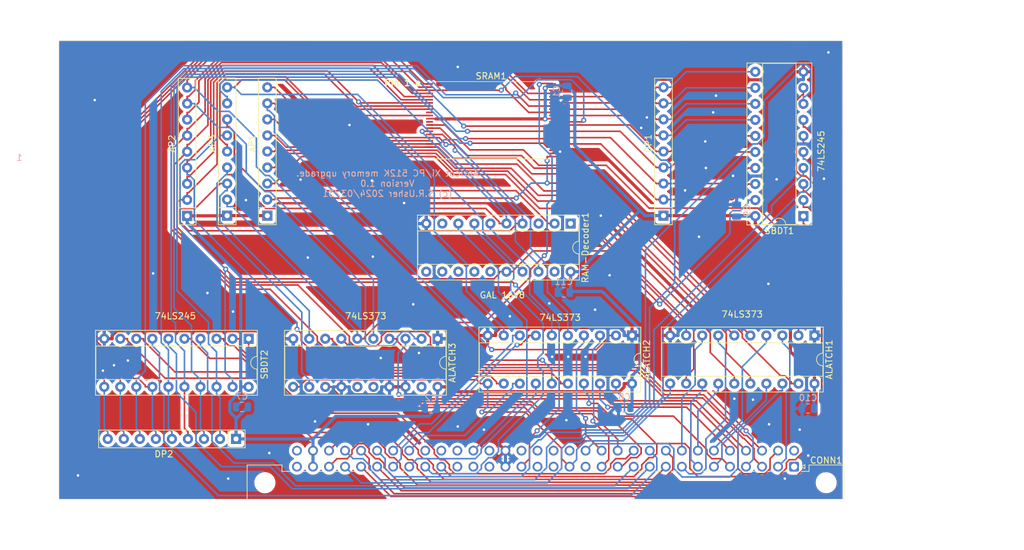
<source format=kicad_pcb>
(kicad_pcb (version 20240108) (generator "pcbnew") (generator_version "8.0")
  (layers (0 "F.Cu" signal) (31 "B.Cu" signal) (34 "B.Paste" user) (35 "F.Paste" user) (36 "B.SilkS" user "B.Silkscreen") (37 "F.SilkS" user "F.Silkscreen") (38 "B.Mask" user) (39 "F.Mask" user) (44 "Edge.Cuts" user))
  (net 0 "")
  (net 1 "VCC")
  (net 2 "GND")
  (net 3 "A5")
  (net 4 "A1")
  (net 5 "AB6")
  (net 6 "AB2")
  (net 7 "AB5")
  (net 8 "AB1")
  (net 9 "A4")
  (net 10 "A0")
  (net 11 "A3")
  (net 12 "AB4")
  (net 13 "AB0")
  (net 14 "AB3")
  (net 15 "_BHE")
  (net 16 "A2")
  (net 17 "ALE")
  (net 18 "A13")
  (net 19 "A9")
  (net 20 "AB14")
  (net 21 "AB10")
  (net 22 "AB13")
  (net 23 "AB9")
  (net 24 "A12")
  (net 25 "A8")
  (net 26 "A11")
  (net 27 "A7")
  (net 28 "AB12")
  (net 29 "AB8")
  (net 30 "AB11")
  (net 31 "AB7")
  (net 32 "A10")
  (net 33 "A6")
  (net 34 "A17")
  (net 35 "AB18")
  (net 36 "AB17")
  (net 37 "A16")
  (net 38 "A15")
  (net 39 "AB16")
  (net 40 "AB19")
  (net 41 "AB15")
  (net 42 "A18")
  (net 43 "A14")
  (net 44 "A19")
  (net 45 "DEN")
  (net 46 "-12V")
  (net 47 "DB0")
  (net 48 "DB2")
  (net 49 "DB4")
  (net 50 "DB6")
  (net 51 "_AMWC")
  (net 54 "_MWTC")
  (net 55 "_IOWC")
  (net 56 "CLK5")
  (net 57 "IRDY")
  (net 59 "_INT3")
  (net 60 "DB9")
  (net 61 "DB11")
  (net 62 "DB13")
  (net 63 "DB15")
  (net 65 "+12V")
  (net 66 "DB1")
  (net 67 "DB3")
  (net 68 "DB5")
  (net 69 "DB7")
  (net 70 "_MRDC")
  (net 71 "DT_R")
  (net 72 "_IORC")
  (net 73 "_RES")
  (net 74 "_AIOWC")
  (net 75 "MRDY")
  (net 77 "_INT2")
  (net 78 "DB8")
  (net 79 "DB10")
  (net 80 "DB12")
  (net 81 "CLK15")
  (net 82 "D15")
  (net 83 "D14")
  (net 84 "D13")
  (net 85 "D12")
  (net 86 "D11")
  (net 87 "D10")
  (net 88 "D9")
  (net 89 "D8")
  (net 90 "D7")
  (net 91 "D6")
  (net 92 "D5")
  (net 93 "D4")
  (net 94 "D3")
  (net 95 "D2")
  (net 96 "D1")
  (net 97 "D0")
  (net 98 "_I_BLE")
  (net 99 "_I_BHE")
  (net 103 "_MOE")
  (net 104 "_SELECTED")
  (net 105 "_BOARD_OE")
  (net 108 "DB14")
  (net 111 "_WE")
  (footprint "Connector_DIN:DIN41612_B_2x32_Male_Horizontal_THT" (layer "F.Cu") (at 210.712 113.0355 180)
    (property "Reference" "CONN1")
    (property "Value" "Motherboard Connector")
  )
  (footprint "Package_DIP:DIP-20_W7.62mm_Socket" (layer "F.Cu") (at 213.939 92.2578 -90)
    (property "Reference" "ALATCH1")
    (property "Value" "74LS373")
  )
  (footprint "Package_DIP:DIP-20_W7.62mm_Socket" (layer "F.Cu") (at 154.2427 92.7711 -90)
    (property "Reference" "ALATCH3")
    (property "Value" "74LS373")
  )
  (footprint "Resistor_THT:R_Array_SIP9" (layer "F.Cu") (at 127.2807 73.2751 90)
    (property "Reference" "AP1")
    (property "Value" "10K")
  )
  (footprint "Resistor_THT:R_Array_SIP9" (layer "F.Cu") (at 114.5842 73.3063 90)
    (property "Reference" "AP2")
    (property "Value" "10K")
  )
  (footprint "Resistor_THT:R_Array_SIP9" (layer "F.Cu") (at 120.9169 73.2751 90)
    (property "Reference" "AP3")
    (property "Value" "10K")
  )
  (footprint "Resistor_THT:R_Array_SIP9" (layer "F.Cu") (at 190.0244 73.2727 90)
    (property "Reference" "DP1")
    (property "Value" "10K")
  )
  (footprint "Resistor_THT:R_Array_SIP9" (layer "F.Cu") (at 122.3284 108.6427 180)
    (property "Reference" "DP2")
    (property "Value" "10K")
  )
  (footprint "Package_DIP:DIP-20_W7.62mm_Socket" (layer "F.Cu") (at 175.3127 74.5306 -90)
    (property "Reference" "RAM-Decoder1")
    (property "Value" "GAL16V8")
  )
  (footprint "Package_DIP:DIP-20_W7.62mm_Socket" (layer "F.Cu") (at 212.1814 73.3531 180)
    (property "Reference" "SBDT1")
    (property "Value" "74LS245")
  )
  (footprint "Package_DIP:DIP-20_W7.62mm_Socket" (layer "F.Cu") (at 124.3156 92.7711 -90)
    (property "Reference" "SBDT2")
    (property "Value" "74LS245")
  )
  (footprint "Package_SO:TSOP-I-48_18.4x12mm_P0.5mm" (layer "F.Cu") (at 162.72 58.1721)
    (property "Reference" "SRAM1")
    (property "Value" "CY62167GE")
  )
  (footprint "Package_DIP:DIP-20_W7.62mm_Socket" (layer "F.Cu") (at 185.0384 92.2578 -90)
    (property "Reference" "ALATCH2")
    (property "Value" "74LS373")
  )
  (footprint "Capacitor_SMD:C_0805_2012Metric" (layer "B.Cu") (at 153.1775 103.8111 180)
    (property "Reference" "C2")
    (property "Value" "1pF")
  )
  (footprint "Capacitor_SMD:C_0805_2012Metric" (layer "B.Cu") (at 123.2512 103.5767 180)
    (property "Reference" "C7")
    (property "Value" "1pF")
  )
  (footprint "Capacitor_SMD:C_0805_2012Metric" (layer "B.Cu") (at 183.8407 103.6681 180)
    (property "Reference" "C8")
    (property "Value" "1pF")
  )
  (footprint "Capacitor_SMD:C_0805_2012Metric" (layer "B.Cu") (at 201.5978 72.4835 90)
    (property "Reference" "C9")
    (property "Value" "1pF")
  )
  (footprint "Capacitor_SMD:C_0805_2012Metric" (layer "B.Cu") (at 212.9229 103.8145 180)
    (property "Reference" "C10")
    (property "Value" "1uF")
  )
  (footprint "Capacitor_SMD:C_0805_2012Metric" (layer "B.Cu") (at 174.2277 85.4334 180)
    (property "Reference" "C11")
    (property "Value" "1uF")
  )
  (footprint "Capacitor_SMD:C_0805_2012Metric" (layer "B.Cu") (at 174.7718 53.6543 -90)
    (property "Reference" "C1")
    (property "Value" "1pF")
  )
  (gr_line (start 94.292 118.1755) (end 218.392 118.1755) (stroke (width 0.05)) (layer "Edge.Cuts"))
  (gr_line (start 218.369578 45.592047) (end 94.292 45.5755) (stroke (width 0.05)) (layer "Edge.Cuts"))
  (gr_line (start 94.292 45.5755) (end 94.292 118.1755) (stroke (width 0.05)) (layer "Edge.Cuts"))
  (gr_line (start 218.392 118.1755) (end 218.369578 45.592047) (stroke (width 0.05)) (layer "Edge.Cuts"))
  (gr_text "1" (at 87.992 64.0755 0) (layer "B.SilkS") (effects (font (size 1 1)) (justify mirror)))
  (gr_text "Apricot Xi/PC 512K memory upgrade.\nVersion 1.0\n(c) S.R.Usher 2024/03/31" (at 146.292 70.3755 0) (layer "B.SilkS") (effects (font (size 1 1)) (justify bottom mirror)))
  (gr_text "74LS245" (at 112.704773 89.180014 0) (layer "F.SilkS") (effects (font (size 1 1))))
  (gr_text "74LS373" (at 142.868736 89.180014 0) (layer "F.SilkS") (effects (font (size 1 1))))
  (gr_text "74LS373" (at 173.657091 89.415439 0) (layer "F.SilkS") (effects (font (size 1 1))))
  (gr_text "74LS245" (at 214.998738 63.07778 90) (layer "F.SilkS") (effects (font (size 1 1))))
  (gr_text "Pin 1 o" (at 145.692 52.8255 0) (layer "F.SilkS") (effects (font (size 1 1) (thickness 0.2) (bold yes)) (justify left bottom)))
  (gr_text "GAL 16V8" (at 164.504667 85.863557 0) (layer "F.SilkS") (effects (font (size 1 1))))
  (gr_text "74LS373" (at 202.481603 88.900716 0) (layer "F.SilkS") (effects (font (size 1 1))))
  (segment (start 120.9169 73.2751) (end 119.6668 73.2751) (width 0.5) (layer "F.Cu") (net 1))
  (segment (start 185.0384 99.8778) (end 183.7883 99.8778) (width 0.5) (layer "F.Cu") (net 1))
  (segment (start 154.2427 100.3911) (end 155.4928 100.3911) (width 0.5) (layer "F.Cu") (net 1))
  (segment (start 210.129 94.8177) (end 210.129 80.1708) (width 0.5) (layer "F.Cu") (net 1))
  (segment (start 204.5614 73.3531) (end 204.5614 74.6032) (width 0.5) (layer "F.Cu") (net 1))
  (segment (start 203.2309 73.2727) (end 203.3113 73.3531) (width 0.5) (layer "F.Cu") (net 1))
  (segment (start 156.2667 101.165) (end 155.4928 100.3911) (width 0.5) (layer "F.Cu") (net 1))
  (segment (start 183.7883 99.8778) (end 183.7883 100.4247) (width 0.5) (layer "F.Cu") (net 1))
  (segment (start 171.2655 57.9587) (end 153.9703 57.9587) (width 0.5) (layer "F.Cu") (net 1))
  (segment (start 204.5614 73.3531) (end 203.3113 73.3531) (width 0.5) (layer "F.Cu") (net 1))
  (segment (start 210.129 80.1708) (end 204.5614 74.6032) (width 0.5) (layer "F.Cu") (net 1))
  (segment (start 152.97 57.9221) (end 153.845 57.9221) (width 0.2498) (layer "F.Cu") (net 1))
  (segment (start 114.5842 73.3063) (end 119.6356 73.3063) (width 0.5) (layer "F.Cu") (net 1))
  (segment (start 119.6356 73.3063) (end 119.6668 73.2751) (width 0.5) (layer "F.Cu") (net 1))
  (segment (start 171.4698 52.9221) (end 171.2975 53.0944) (width 0.5) (layer "F.Cu") (net 1))
  (segment (start 183.048 101.165) (end 156.2667 101.165) (width 0.5) (layer "F.Cu") (net 1))
  (segment (start 171.4698 52.9221) (end 172.47 52.9221) (width 0.2498) (layer "F.Cu") (net 1))
  (segment (start 153.9703 57.9587) (end 153.8816 57.9587) (width 0.2498) (layer "F.Cu") (net 1))
  (segment (start 183.7883 100.4247) (end 183.048 101.165) (width 0.5) (layer "F.Cu") (net 1))
  (segment (start 171.5584 57.9587) (end 171.595 57.9221) (width 0.2498) (layer "F.Cu") (net 1))
  (segment (start 153.8816 57.9587) (end 153.845 57.9221) (width 0.2498) (layer "F.Cu") (net 1))
  (segment (start 213.939 99.8778) (end 213.939 98.6277) (width 0.5) (layer "F.Cu") (net 1))
  (segment (start 172.47 57.9221) (end 171.595 57.9221) (width 0.2498) (layer "F.Cu") (net 1))
  (segment (start 190.0244 73.2727) (end 203.2309 73.2727) (width 0.5) (layer "F.Cu") (net 1))
  (segment (start 120.9169 73.2751) (end 127.2807 73.2751) (width 0.5) (layer "F.Cu") (net 1))
  (segment (start 171.2655 57.9587) (end 171.4697 57.9587) (width 0.5) (layer "F.Cu") (net 1))
  (segment (start 171.4697 57.9587) (end 171.5584 57.9587) (width 0.2498) (layer "F.Cu") (net 1))
  (segment (start 213.939 98.6277) (end 210.129 94.8177) (width 0.5) (layer "F.Cu") (net 1))
  (via (at 171.2975 53.0944) (size 0.8) (drill 0.4) (layers "F.Cu" "B.Cu") (net 1))
  (via (at 171.2655 57.9587) (size 0.8) (drill 0.4) (layers "F.Cu" "B.Cu") (net 1))
  (segment (start 175.3127 85.2984) (end 180.336 85.2984) (width 0.5) (layer "B.Cu") (net 1))
  (segment (start 204.5614 73.3531) (end 201.6782 73.3531) (width 0.5) (layer "B.Cu") (net 1))
  (segment (start 134.512 113.0355) (end 134.512 110.4955) (width 0.5) (layer "B.Cu") (net 1))
  (segment (start 171.2655 57.9587) (end 171.2975 57.9267) (width 0.5) (layer "B.Cu") (net 1))
  (segment (start 186.2886 97.3775) (end 185.0384 98.6277) (width 0.5) (layer "B.Cu") (net 1))
  (segment (start 122.3284 105.4496) (end 122.3924 105.3856) (width 0.5) (layer "B.Cu") (net 1))
  (segment (start 175.3127 82.1506) (end 175.3127 85.2984) (width 0.5) (layer "B.Cu") (net 1))
  (segment (start 213.8729 101.194) (end 213.8729 103.8145) (width 0.5) (layer "B.Cu") (net 1))
  (segment (start 188.7743 73.2727) (end 187.0807 73.2727) (width 0.5) (layer "B.Cu") (net 1))
  (segment (start 175.9791 53.9116) (end 174.7718 52.7043) (width 0.5) (layer "B.Cu") (net 1))
  (segment (start 121.35 102.7932) (end 123.0655 101.0777) (width 0.5) (layer "B.Cu") (net 1))
  (segment (start 138.0967 105.058) (end 134.512 108.6427) (width 0.5) (layer "B.Cu") (net 1))
  (segment (start 171.6876 52.7043) (end 171.2975 53.0944) (width 0.5) (layer "B.Cu") (net 1))
  (segment (start 180.336 85.2984) (end 186.2886 91.251) (width 0.5) (layer "B.Cu") (net 1))
  (segment (start 123.0655 101.0777) (end 123.0655 100.3911) (width 0.5) (layer "B.Cu") (net 1))
  (segment (start 175.9791 62.1711) (end 175.9791 53.9116) (width 0.5) (layer "B.Cu") (net 1))
  (segment (start 124.2012 103.5767) (end 122.3924 105.3855) (width 0.5) (layer "B.Cu") (net 1))
  (segment (start 154.1275 103.8111) (end 152.8806 105.058) (width 0.5) (layer "B.Cu") (net 1))
  (segment (start 134.512 108.6427) (end 134.512 110.4955) (width 0.5) (layer "B.Cu") (net 1))
  (segment (start 187.0807 73.2727) (end 186.2607 72.4527) (width 0.5) (layer "B.Cu") (net 1))
  (segment (start 123.0655 100.3911) (end 123.0655 82.9368) (width 0.5) (layer "B.Cu") (net 1))
  (segment (start 122.3924 105.3855) (end 121.35 104.3432) (width 0.5) (layer "B.Cu") (net 1))
  (segment (start 186.2886 91.251) (end 186.2886 97.3775) (width 0.5) (layer "B.Cu") (net 1))
  (segment (start 122.3284 108.6427) (end 122.3284 108.0176) (width 0.5) (layer "B.Cu") (net 1))
  (segment (start 175.3127 82.1506) (end 176.5628 82.1506) (width 0.5) (layer "B.Cu") (net 1))
  (segment (start 184.7907 103.6681) (end 185.0384 103.4204) (width 0.5) (layer "B.Cu") (net 1))
  (segment (start 121.35 104.3432) (end 121.35 102.7932) (width 0.5) (layer "B.Cu") (net 1))
  (segment (start 122.3284 108.0176) (end 122.3284 105.4496) (width 0.5) (layer "B.Cu") (net 1))
  (segment (start 152.8806 105.058) (end 138.0967 105.058) (width 0.5) (layer "B.Cu") (net 1))
  (segment (start 213.939 101.1279) (end 213.8729 101.194) (width 0.5) (layer "B.Cu") (net 1))
  (segment (start 190.0244 73.2727) (end 188.7743 73.2727) (width 0.5) (layer "B.Cu") (net 1))
  (segment (start 114.5842 73.3063) (end 114.5842 74.5564) (width 0.5) (layer "B.Cu") (net 1))
  (segment (start 186.2607 72.4527) (end 176.5628 82.1506) (width 0.5) (layer "B.Cu") (net 1))
  (segment (start 122.3924 105.3856) (end 122.3924 105.3855) (width 0.5) (layer "B.Cu") (net 1))
  (segment (start 123.0655 82.9368) (end 114.6851 74.5564) (width 0.5) (layer "B.Cu") (net 1))
  (segment (start 185.0384 103.4204) (end 185.0384 99.8778) (width 0.5) (layer "B.Cu") (net 1))
  (segment (start 186.2607 72.4527) (end 175.9791 62.1711) (width 0.5) (layer "B.Cu") (net 1))
  (segment (start 122.3284 108.6427) (end 123.5785 108.6427) (width 0.5) (layer "B.Cu") (net 1))
  (segment (start 154.2427 101.6412) (end 154.1275 101.7564) (width 0.5) (layer "B.Cu") (net 1))
  (segment (start 174.7718 52.7043) (end 171.6876 52.7043) (width 0.5) (layer "B.Cu") (net 1))
  (segment (start 213.939 99.8778) (end 213.939 101.1279) (width 0.5) (layer "B.Cu") (net 1))
  (segment (start 175.3127 85.2984) (end 175.1777 85.4334) (width 0.5) (layer "B.Cu") (net 1))
  (segment (start 154.2427 100.3911) (end 154.2427 101.6412) (width 0.5) (layer "B.Cu") (net 1))
  (segment (start 171.2975 57.9267) (end 171.2975 53.0944) (width 0.5) (layer "B.Cu") (net 1))
  (segment (start 201.6782 73.3531) (end 201.5978 73.4335) (width 0.5) (layer "B.Cu") (net 1))
  (segment (start 134.512 108.6427) (end 123.5785 108.6427) (width 0.5) (layer "B.Cu") (net 1))
  (segment (start 185.0384 99.8778) (end 185.0384 98.6277) (width 0.5) (layer "B.Cu") (net 1))
  (segment (start 154.1275 101.7564) (end 154.1275 103.8111) (width 0.5) (layer "B.Cu") (net 1))
  (segment (start 114.6851 74.5564) (end 114.5842 74.5564) (width 0.5) (layer "B.Cu") (net 1))
  (segment (start 124.3156 100.3911) (end 123.0655 100.3911) (width 0.5) (layer "B.Cu") (net 1))
  (segment (start 128.882 91.5205) (end 103.4383 91.5205) (width 0.5) (layer "F.Cu") (net 2))
  (segment (start 130.1326 92.7711) (end 128.882 91.5205) (width 0.5) (layer "F.Cu") (net 2))
  (segment (start 191.079 92.2578) (end 185.0384 92.2578) (width 0.5) (layer "F.Cu") (net 2))
  (segment (start 172.7316 63.1605) (end 172.47 63.4221) (width 0.2498) (layer "F.Cu") (net 2))
  (segment (start 183.7883 92.2578) (end 183.7883 91.7109) (width 0.5) (layer "F.Cu") (net 2))
  (segment (start 162.1784 92.2578) (end 163.4285 92.2578) (width 0.5) (layer "F.Cu") (net 2))
  (segment (start 131.3827 92.7711) (end 130.1326 92.7711) (width 0.5) (layer "F.Cu") (net 2))
  (segment (start 172.6952 63.1473) (end 172.47 62.9221) (width 0.2498) (layer "F.Cu") (net 2))
  (segment (start 185.0384 92.2578) (end 183.7883 92.2578) (width 0.5) (layer "F.Cu") (net 2))
  (segment (start 160.415 92.7711) (end 160.9283 92.2578) (width 0.5) (layer "F.Cu") (net 2))
  (segment (start 212.1814 50.4931) (end 210.9313 50.4931) (width 0.5) (layer "F.Cu") (net 2))
  (segment (start 163.4285 91.7398) (end 163.4285 92.2578) (width 0.5) (layer "F.Cu") (net 2))
  (segment (start 101.4556 92.7711) (end 102.7057 92.7711) (width 0.5) (layer "F.Cu") (net 2))
  (segment (start 183.0794 91.002) (end 164.1663 91.002) (width 0.5) (layer "F.Cu") (net 2))
  (segment (start 191.7298 51.6839) (end 191.809 51.7631) (width 0.5) (layer "F.Cu") (net 2))
  (segment (start 209.6613 51.7631) (end 210.9313 50.4931) (width 0.5) (layer "F.Cu") (net 2))
  (segment (start 162.1784 92.2578) (end 160.9283 92.2578) (width 0.5) (layer "F.Cu") (net 2))
  (segment (start 102.7057 92.2531) (end 102.7057 92.7711) (width 0.5) (layer "F.Cu") (net 2))
  (segment (start 175.2084 51.6839) (end 191.7298 51.6839) (width 0.5) (layer "F.Cu") (net 2))
  (segment (start 172.7316 63.1473) (end 172.6952 63.1473) (width 0.5) (layer "F.Cu") (net 2))
  (segment (start 149.1627 100.3911) (end 146.6227 100.3911) (width 0.5) (layer "F.Cu") (net 2))
  (segment (start 164.1663 91.002) (end 163.4285 91.7398) (width 0.5) (layer "F.Cu") (net 2))
  (segment (start 173.4702 53.4221) (end 172.47 53.4221) (width 0.2498) (layer "F.Cu") (net 2))
  (segment (start 173.6412 63.1473) (end 172.7316 63.1473) (width 0.5) (layer "F.Cu") (net 2))
  (segment (start 154.2427 92.7711) (end 160.415 92.7711) (width 0.5) (layer "F.Cu") (net 2))
  (segment (start 172.7316 63.1473) (end 172.7316 63.1605) (width 0.5) (layer "F.Cu") (net 2))
  (segment (start 103.4383 91.5205) (end 102.7057 92.2531) (width 0.5) (layer "F.Cu") (net 2))
  (segment (start 183.7883 91.7109) (end 183.0794 91.002) (width 0.5) (layer "F.Cu") (net 2))
  (segment (start 191.809 51.7631) (end 209.6613 51.7631) (width 0.5) (layer "F.Cu") (net 2))
  (segment (start 173.4702 53.4221) (end 175.2084 51.6839) (width 0.5) (layer "F.Cu") (net 2))
  (via (at 121.092 114.9255) (size 0.8) (drill 0.4) (layers "F.Cu" "B.Cu") (net 2))
  (via (at 196.642 61.5255) (size 0.8) (drill 0.4) (layers "F.Cu" "B.Cu") (net 2))
  (via (at 216.142 47.4255) (size 0.8) (drill 0.4) (layers "F.Cu" "B.Cu") (net 2))
  (via (at 181.492 82.7255) (size 0.8) (drill 0.4) (layers "F.Cu" "B.Cu") (net 2))
  (via (at 171.942 87.1755) (size 0.8) (drill 0.4) (layers "F.Cu" "B.Cu") (net 2))
  (via (at 157.442 106.6755) (size 0.8) (drill 0.4) (layers "F.Cu" "B.Cu") (net 2))
  (via (at 99.942 54.9755) (size 0.8) (drill 0.4) (layers "F.Cu" "B.Cu") (net 2))
  (via (at 157.442 49.7255) (size 0.8) (drill 0.4) (layers "F.Cu" "B.Cu") (net 2))
  (via (at 172.392 95.6255) (size 0.8) (drill 0.4) (layers "F.Cu" "B.Cu") (net 2))
  (via (at 143.842 67.7255) (size 0.8) (drill 0.4) (layers "F.Cu" "B.Cu") (net 2))
  (via (at 140.292 58.9255) (size 0.8) (drill 0.4) (layers "F.Cu" "B.Cu") (net 2))
  (via (at 109.192 82.4255) (size 0.8) (drill 0.4) (layers "F.Cu" "B.Cu") (net 2))
  (via (at 196.742 65.7255) (size 0.8) (drill 0.4) (layers "F.Cu" "B.Cu") (net 2))
  (via (at 173.6412 63.1473) (size 0.8) (drill 0.4) (layers "F.Cu" "B.Cu") (net 2))
  (via (at 201.242 102.2755) (size 0.8) (drill 0.4) (layers "F.Cu" "B.Cu") (net 2))
  (via (at 105.192 96.2255) (size 0.8) (drill 0.4) (layers "F.Cu" "B.Cu") (net 2))
  (via (at 121.842 88.4755) (size 0.8) (drill 0.4) (layers "F.Cu" "B.Cu") (net 2))
  (via (at 207.942 67.5255) (size 0.8) (drill 0.4) (layers "F.Cu" "B.Cu") (net 2))
  (via (at 206.642 84.0755) (size 0.8) (drill 0.4) (layers "F.Cu" "B.Cu") (net 2))
  (via (at 186.492 59.3755) (size 0.8) (drill 0.4) (layers "F.Cu" "B.Cu") (net 2))
  (via (at 161.592 107.1755) (size 0.8) (drill 0.4) (layers "F.Cu" "B.Cu") (net 2))
  (via (at 123.892 70.8255) (size 0.8) (drill 0.4) (layers "F.Cu" "B.Cu") (net 2))
  (via (at 101.242 97.8255) (size 0.8) (drill 0.4) (layers "F.Cu" "B.Cu") (net 2))
  (via (at 134.842 105.8755) (size 0.8) (drill 0.4) (layers "F.Cu" "B.Cu") (net 2))
  (via (at 193.442 69.2755) (size 0.8) (drill 0.4) (layers "F.Cu" "B.Cu") (net 2))
  (via (at 215.442 67.4255) (size 0.8) (drill 0.4) (layers "F.Cu" "B.Cu") (net 2))
  (via (at 201.042 66.9755) (size 0.8) (drill 0.4) (layers "F.Cu" "B.Cu") (net 2))
  (via (at 212.942 111.2755) (size 0.8) (drill 0.4) (layers "F.Cu" "B.Cu") (net 2))
  (via (at 132.542 67.5755) (size 0.8) (drill 0.4) (layers "F.Cu" "B.Cu") (net 2))
  (via (at 204.192 102.4255) (size 0.8) (drill 0.4) (layers "F.Cu" "B.Cu") (net 2))
  (via (at 177.692 95.6255) (size 0.8) (drill 0.4) (layers "F.Cu" "B.Cu") (net 2))
  (via (at 97.292 114.4255) (size 0.8) (drill 0.4) (layers "F.Cu" "B.Cu") (net 2))
  (via (at 150.392 87.3255) (size 0.8) (drill 0.4) (layers "F.Cu" "B.Cu") (net 2))
  (via (at 209.242 114.9255) (size 0.8) (drill 0.4) (layers "F.Cu" "B.Cu") (net 2))
  (via (at 179.192 88.1755) (size 0.8) (drill 0.4) (layers "F.Cu" "B.Cu") (net 2))
  (via (at 133.692 79.9255) (size 0.8) (drill 0.4) (layers "F.Cu" "B.Cu") (net 2))
  (via (at 151.292 95.0255) (size 0.8) (drill 0.4) (layers "F.Cu" "B.Cu") (net 2))
  (via (at 174.642 105.6755) (size 0.8) (drill 0.4) (layers "F.Cu" "B.Cu") (net 2))
  (via (at 165.692 89.2255) (size 0.8) (drill 0.4) (layers "F.Cu" "B.Cu") (net 2))
  (via (at 117.792 85.5255) (size 0.8) (drill 0.4) (layers "F.Cu" "B.Cu") (net 2))
  (via (at 195.642 76.6255) (size 0.8) (drill 0.4) (layers "F.Cu" "B.Cu") (net 2))
  (via (at 174.942 95.6255) (size 0.8) (drill 0.4) (layers "F.Cu" "B.Cu") (net 2))
  (via (at 127.592 110.8755) (size 0.8) (drill 0.4) (layers "F.Cu" "B.Cu") (net 2))
  (via (at 143.242 106.3255) (size 0.8) (drill 0.4) (layers "F.Cu" "B.Cu") (net 2))
  (via (at 211.592 107.1755) (size 0.8) (drill 0.4) (layers "F.Cu" "B.Cu") (net 2))
  (via (at 143.992 79.7755) (size 0.8) (drill 0.4) (layers "F.Cu" "B.Cu") (net 2))
  (via (at 102.992 96.9755) (size 0.8) (drill 0.4) (layers "F.Cu" "B.Cu") (net 2))
  (via (at 187.392 57.7255) (size 0.8) (drill 0.4) (layers "F.Cu" "B.Cu") (net 2))
  (via (at 206.742 106.3255) (size 0.8) (drill 0.4) (layers "F.Cu" "B.Cu") (net 2))
  (via (at 198.342 54.2755) (size 0.8) (drill 0.4) (layers "F.Cu" "B.Cu") (net 2))
  (via (at 197.892 56.9255) (size 0.8) (drill 0.4) (layers "F.Cu" "B.Cu") (net 2))
  (via (at 148.942 71.2755) (size 0.8) (drill 0.4) (layers "F.Cu" "B.Cu") (net 2))
  (via (at 180.092 73.2755) (size 0.8) (drill 0.4) (layers "F.Cu" "B.Cu") (net 2))
  (via (at 145.242 95.8255) (size 0.8) (drill 0.4) (layers "F.Cu" "B.Cu") (net 2))
  (segment (start 136.9488 101.7129) (end 137.7526 100.9091) (width 0.5) (layer "B.Cu") (net 2))
  (segment (start 179.0356 91.0077) (end 181.2284 91.0077) (width 0.5) (layer "B.Cu") (net 2))
  (segment (start 212.1814 51.7432) (end 211.6345 51.7432) (width 0.5) (layer "B.Cu") (net 2))
  (segment (start 179.6736 106.3447) (end 182.5067 103.5116) (width 0.5) (layer "B.Cu") (net 2))
  (segment (start 212.1814 50.4931) (end 212.1814 51.7432) (width 0.5) (layer "B.Cu") (net 2))
  (segment (start 181.2284 91.0077) (end 181.2284 102.2334) (width 0.5) (layer "B.Cu") (net 2))
  (segment (start 203.9842 67.0031) (end 201.5978 69.3895) (width 0.5) (layer "B.Cu") (net 2))
  (segment (start 140.2528 100.9091) (end 140.2528 100.3911) (width 0.5) (layer "B.Cu") (net 2))
  (segment (start 149.1627 99.141) (end 154.2427 94.061) (width 0.5) (layer "B.Cu") (net 2))
  (segment (start 182.6631 103.6681) (end 182.5067 103.5116) (width 0.5) (layer "B.Cu") (net 2))
  (segment (start 170.3627 108.2074) (end 171.6933 106.8768) (width 0.5) (layer "B.Cu") (net 2))
  (segment (start 152.4527 75.7807) (end 153.7028 77.0308) (width 0.5) (layer "B.Cu") (net 2))
  (segment (start 162.1784 92.2578) (end 162.1784 91.0077) (width 0.5) (layer "B.Cu") (net 2))
  (segment (start 132.6527 99.8802) (end 132.6527 100.9508) (width 0.5) (layer "B.Cu") (net 2))
  (segment (start 154.2427 92.7711) (end 154.2427 94.0212) (width 0.5) (layer "B.Cu") (net 2))
  (segment (start 174.0427 84.6684) (end 173.3695 85.3416) (width 0.5) (layer "B.Cu") (net 2))
  (segment (start 176.3321 106.6588) (end 179.1872 106.6588) (width 0.5) (layer "B.Cu") (net 2))
  (segment (start 173.6412 55.7349) (end 173.6412 63.1473) (width 0.5) (layer "B.Cu") (net 2))
  (segment (start 210.9008 52.4769) (end 210.9008 61.9231) (width 0.5) (layer "B.Cu") (net 2))
  (segment (start 171.6933 106.8768) (end 176.1141 106.8768) (width 0.5) (layer "B.Cu") (net 2))
  (segment (start 130.6445 97.872) (end 130.6445 94.7594) (width 0.5) (layer "B.Cu") (net 2))
  (segment (start 193.0323 91.0077) (end 213.9104 91.0077) (width 0.5) (layer "B.Cu") (net 2))
  (segment (start 154.2427 94.061) (end 154.2427 94.0212) (width 0.5) (layer "B.Cu") (net 2))
  (segment (start 144.6693 101.6413) (end 140.985 101.6413) (width 0.5) (layer "B.Cu") (net 2))
  (segment (start 173.3695 85.3416) (end 179.0356 91.0077) (width 0.5) (layer "B.Cu") (net 2))
  (segment (start 182.8907 103.6681) (end 182.6631 103.6681) (width 0.5) (layer "B.Cu") (net 2))
  (segment (start 149.1627 100.3911) (end 149.1627 99.141) (width 0.5) (layer "B.Cu") (net 2))
  (segment (start 146.6227 100.3911) (end 145.3726 100.3911) (width 0.5) (layer "B.Cu") (net 2))
  (segment (start 152.4527 74.5306) (end 152.4527 75.7807) (width 0.5) (layer "B.Cu") (net 2))
  (segment (start 145.3726 100.3911) (end 145.3726 100.938) (width 0.5) (layer "B.Cu") (net 2))
  (segment (start 131.3827 92.7711) (end 131.3827 94.0212) (width 0.5) (layer "B.Cu") (net 2))
  (segment (start 152.2275 103.8111) (end 150.0576 101.6412) (width 0.5) (layer "B.Cu") (net 2))
  (segment (start 179.5013 106.3447) (end 179.6736 106.3447) (width 0.5) (layer "B.Cu") (net 2))
  (segment (start 149.1627 101.0161) (end 149.1627 101.6412) (width 0.5) (layer "B.Cu") (net 2))
  (segment (start 183.7883 92.2578) (end 183.7883 91.7108) (width 0.5) (layer "B.Cu") (net 2))
  (segment (start 212.6889 103.0985) (end 211.9729 103.8145) (width 0.5) (layer "B.Cu") (net 2))
  (segment (start 164.992 110.4955) (end 167.2141 108.2734) (width 0.5) (layer "B.Cu") (net 2))
  (segment (start 169.9249 108.2734) (end 169.9909 108.2074) (width 0.5) (layer "B.Cu") (net 2))
  (segment (start 139.0027 100.3911) (end 137.7526 100.3911) (width 0.5) (layer "B.Cu") (net 2))
  (segment (start 174.0427 63.5488) (end 174.0427 84.6684) (width 0.5) (layer "B.Cu") (net 2))
  (segment (start 173.6412 63.1473) (end 174.0427 63.5488) (width 0.5) (layer "B.Cu") (net 2))
  (segment (start 179.1872 106.6588) (end 179.5013 106.3447) (width 0.5) (layer "B.Cu") (net 2))
  (segment (start 140.985 101.6413) (end 140.2528 100.9091) (width 0.5) (layer "B.Cu") (net 2))
  (segment (start 181.2284 102.2334) (end 182.5067 103.5116) (width 0.5) (layer "B.Cu") (net 2))
  (segment (start 213.9104 63.1304) (end 212.7031 61.9231) (width 0.5) (layer "B.Cu") (net 2))
  (segment (start 133.4148 101.7129) (end 136.9488 101.7129) (width 0.5) (layer "B.Cu") (net 2))
  (segment (start 153.7028 77.0308) (end 153.7028 82.6616) (width 0.5) (layer "B.Cu") (net 2))
  (segment (start 150.0576 101.6412) (end 149.1627 101.6412) (width 0.5) (layer "B.Cu") (net 2))
  (segment (start 213.939 93.5079) (end 212.6889 94.758) (width 0.5) (layer "B.Cu") (net 2))
  (segment (start 164.992 113.0355) (end 164.992 110.4955) (width 0.5) (layer "B.Cu") (net 2))
  (segment (start 176.1141 106.8768) (end 176.3321 106.6588) (width 0.5) (layer "B.Cu") (net 2))
  (segment (start 191.079 92.2578) (end 192.3291 92.2578) (width 0.5) (layer "B.Cu") (net 2))
  (segment (start 122.3012 103.5767) (end 124.1336 101.7443) (width 0.5) (layer "B.Cu") (net 2))
  (segment (start 212.7031 61.9231) (end 210.9008 61.9231) (width 0.5) (layer "B.Cu") (net 2))
  (segment (start 130.6445 97.872) (end 132.6527 99.8802) (width 0.5) (layer "B.Cu") (net 2))
  (segment (start 149.1627 101.0161) (end 149.1627 100.3911) (width 0.5) (layer "B.Cu") (net 2))
  (segment (start 213.939 92.8828) (end 213.939 92.2578) (width 0.5) (layer "B.Cu") (net 2))
  (segment (start 192.3291 92.2578) (end 192.3291 91.7109) (width 0.5) (layer "B.Cu") (net 2))
  (segment (start 213.939 92.2578) (end 213.939 91.0077) (width 0.5) (layer "B.Cu") (net 2))
  (segment (start 213.939 92.8828) (end 213.939 93.5079) (width 0.5) (layer "B.Cu") (net 2))
  (segment (start 137.7526 100.9091) (end 137.7526 100.3911) (width 0.5) (layer "B.Cu") (net 2))
  (segment (start 185.0384 92.2578) (end 183.7883 92.2578) (width 0.5) (layer "B.Cu") (net 2))
  (segment (start 213.9104 91.0077) (end 213.9104 63.1304) (width 0.5) (layer "B.Cu") (net 2))
  (segment (start 192.3291 91.7109) (end 193.0323 91.0077) (width 0.5) (layer "B.Cu") (net 2))
  (segment (start 139.0027 100.3911) (end 140.2528 100.3911) (width 0.5) (layer "B.Cu") (net 2))
  (segment (start 169.9909 108.2074) (end 170.3627 108.2074) (width 0.5) (layer "B.Cu") (net 2))
  (segment (start 211.6345 51.7432) (end 210.9008 52.4769) (width 0.5) (layer "B.Cu") (net 2))
  (segment (start 183.0852 91.0077) (end 181.2284 91.0077) (width 0.5) (layer "B.Cu") (net 2))
  (segment (start 162.0489 91.0077) (end 162.1784 91.0077) (width 0.5) (layer "B.Cu") (net 2))
  (segment (start 201.5978 69.3895) (end 201.5978 71.5335) (width 0.5) (layer "B.Cu") (net 2))
  (segment (start 126.7722 101.7443) (end 130.6445 97.872) (width 0.5) (layer "B.Cu") (net 2))
  (segment (start 130.6445 94.7594) (end 131.3827 94.0212) (width 0.5) (layer "B.Cu") (net 2))
  (segment (start 167.2141 108.2734) (end 169.9249 108.2734) (width 0.5) (layer "B.Cu") (net 2))
  (segment (start 173.3695 85.3416) (end 173.2777 85.4334) (width 0.5) (layer "B.Cu") (net 2))
  (segment (start 174.7718 54.6043) (end 173.6412 55.7349) (width 0.5) (layer "B.Cu") (net 2))
  (segment (start 212.6889 94.758) (end 212.6889 103.0985) (width 0.5) (layer "B.Cu") (net 2))
  (segment (start 153.7028 82.6616) (end 162.0489 91.0077) (width 0.5) (layer "B.Cu") (net 2))
  (segment (start 213.9104 91.0077) (end 213.939 91.0077) (width 0.5) (layer "B.Cu") (net 2))
  (segment (start 124.1336 101.7443) (end 126.7722 101.7443) (width 0.5) (layer "B.Cu") (net 2))
  (segment (start 145.3726 100.938) (end 144.6693 101.6413) (width 0.5) (layer "B.Cu") (net 2))
  (segment (start 183.7883 91.7108) (end 183.0852 91.0077) (width 0.5) (layer "B.Cu") (net 2))
  (segment (start 132.6527 100.9508) (end 133.4148 101.7129) (width 0.5) (layer "B.Cu") (net 2))
  (segment (start 210.9008 61.9231) (end 205.8208 67.0031) (width 0.5) (layer "B.Cu") (net 2))
  (segment (start 205.8208 67.0031) (end 203.9842 67.0031) (width 0.5) (layer "B.Cu") (net 2))
  (segment (start 128.4058 58.0351) (end 132.2928 61.9221) (width 0.25) (layer "F.Cu") (net 3))
  (segment (start 209.2678 98.6386) (end 210.2739 99.6447) (width 0.25) (layer "F.Cu") (net 3))
  (segment (start 132.2928 61.9221) (end 152.97 61.9221) (width 0.25) (layer "F.Cu") (net 3))
  (segment (start 169.1765 66.6581) (end 177.2326 66.6581) (width 0.25) (layer "F.Cu") (net 3))
  (segment (start 208.5623 98.6386) (end 209.2678 98.6386) (width 0.25) (layer "F.Cu") (net 3))
  (segment (start 210.2739 99.6447) (end 210.2739 99.8778) (width 0.25) (layer "F.Cu") (net 3))
  (segment (start 152.97 61.9221) (end 154.4645 61.9221) (width 0.25) (layer "F.Cu") (net 3))
  (segment (start 177.2326 66.6581) (end 202.509 91.9345) (width 0.25) (layer "F.Cu") (net 3))
  (segment (start 211.399 99.8778) (end 210.2739 99.8778) (width 0.25) (layer "F.Cu") (net 3))
  (segment (start 166.732 64.2136) (end 169.1765 66.6581) (width 0.25) (layer "F.Cu") (net 3))
  (segment (start 127.2807 58.0351) (end 128.4058 58.0351) (width 0.25) (layer "F.Cu") (net 3))
  (segment (start 156.756 64.2136) (end 166.732 64.2136) (width 0.25) (layer "F.Cu") (net 3))
  (segment (start 202.509 91.9345) (end 202.509 92.5853) (width 0.25) (layer "F.Cu") (net 3))
  (segment (start 154.4645 61.9221) (end 156.756 64.2136) (width 0.25) (layer "F.Cu") (net 3))
  (segment (start 202.509 92.5853) (end 208.5623 98.6386) (width 0.25) (layer "F.Cu") (net 3))
  (segment (start 193.619 90.4492) (end 193.619 92.2578) (width 0.25) (layer "F.Cu") (net 4))
  (segment (start 170.3743 72.1253) (end 175.2951 72.1253) (width 0.25) (layer "F.Cu") (net 4))
  (segment (start 127.2807 68.1951) (end 128.4058 68.1951) (width 0.25) (layer "F.Cu") (net 4))
  (segment (start 175.2951 72.1253) (end 193.619 90.4492) (width 0.25) (layer "F.Cu") (net 4))
  (segment (start 153.8451 63.9221) (end 156.6867 66.7637) (width 0.25) (layer "F.Cu") (net 4))
  (segment (start 165.0127 66.7637) (end 170.3743 72.1253) (width 0.25) (layer "F.Cu") (net 4))
  (segment (start 132.6788 63.9221) (end 128.4058 68.1951) (width 0.25) (layer "F.Cu") (net 4))
  (segment (start 156.6867 66.7637) (end 165.0127 66.7637) (width 0.25) (layer "F.Cu") (net 4))
  (segment (start 152.97 63.9221) (end 153.8451 63.9221) (width 0.25) (layer "F.Cu") (net 4))
  (segment (start 152.97 63.9221) (end 132.6788 63.9221) (width 0.25) (layer "F.Cu") (net 4))
  (segment (start 201.822 113.3266) (end 201.822 107.6287) (width 0.25) (layer "B.Cu") (net 5))
  (segment (start 191.662 113.3409) (end 192.9905 114.6694) (width 0.25) (layer "B.Cu") (net 5))
  (segment (start 191.662 110.2065) (end 191.662 113.3409) (width 0.25) (layer "B.Cu") (net 5))
  (segment (start 192.9905 114.6694) (end 200.4792 114.6694) (width 0.25) (layer "B.Cu") (net 5))
  (segment (start 208.859 99.8778) (end 208.859 101.0029) (width 0.25) (layer "B.Cu") (net 5))
  (segment (start 177.692 110.4955) (end 178.7921 109.3954) (width 0.25) (layer "B.Cu") (net 5))
  (segment (start 201.822 107.6287) (end 208.4478 101.0029) (width 0.25) (layer "B.Cu") (net 5))
  (segment (start 200.4792 114.6694) (end 201.822 113.3266) (width 0.25) (layer "B.Cu") (net 5))
  (segment (start 208.4478 101.0029) (end 208.859 101.0029) (width 0.25) (layer "B.Cu") (net 5))
  (segment (start 178.7921 109.3954) (end 190.8509 109.3954) (width 0.25) (layer "B.Cu") (net 5))
  (segment (start 190.8509 109.3954) (end 191.662 110.2065) (width 0.25) (layer "B.Cu") (net 5))
  (segment (start 195.0339 94.508) (end 195.0339 100.0542) (width 0.25) (layer "B.Cu") (net 6))
  (segment (start 196.159 93.3829) (end 195.0339 94.508) (width 0.25) (layer "B.Cu") (net 6))
  (segment (start 195.0339 100.0542) (end 192.932 102.1561) (width 0.25) (layer "B.Cu") (net 6))
  (segment (start 192.932 102.1561) (end 192.932 110.4955) (width 0.25) (layer "B.Cu") (net 6))
  (segment (start 196.159 92.2578) (end 196.159 93.3829) (width 0.25) (layer "B.Cu") (net 6))
  (segment (start 199.282 109.532) (end 199.282 111.7655) (width 0.25) (layer "B.Cu") (net 7))
  (segment (start 206.319 102.495) (end 199.282 109.532) (width 0.25) (layer "B.Cu") (net 7))
  (segment (start 206.319 99.8778) (end 206.319 101.0029) (width 0.25) (layer "B.Cu") (net 7))
  (segment (start 199.282 111.7655) (end 198.012 113.0355) (width 0.25) (layer "B.Cu") (net 7))
  (segment (start 206.319 101.0029) (end 206.319 102.495) (width 0.25) (layer "B.Cu") (net 7))
  (segment (start 199.8485 94.5324) (end 198.699 93.3829) (width 0.25) (layer "B.Cu") (net 8))
  (segment (start 196.742 113.3615) (end 196.742 108.6412) (width 0.25) (layer "B.Cu") (net 8))
  (segment (start 192.932 113.0355) (end 194.0629 114.1664) (width 0.25) (layer "B.Cu") (net 8))
  (segment (start 196.742 108.6412) (end 199.8485 105.5347) (width 0.25) (layer "B.Cu") (net 8))
  (segment (start 198.699 92.2578) (end 198.699 93.3829) (width 0.25) (layer "B.Cu") (net 8))
  (segment (start 194.0629 114.1664) (end 195.9371 114.1664) (width 0.25) (layer "B.Cu") (net 8))
  (segment (start 199.8485 105.5347) (end 199.8485 94.5324) (width 0.25) (layer "B.Cu") (net 8))
  (segment (start 195.9371 114.1664) (end 196.742 113.3615) (width 0.25) (layer "B.Cu") (net 8))
  (segment (start 128.4058 60.5751) (end 130.2528 62.4221) (width 0.25) (layer "F.Cu") (net 9))
  (segment (start 154.3279 62.4221) (end 157.0195 65.1137) (width 0.25) (layer "F.Cu") (net 9))
  (segment (start 130.2528 62.4221) (end 152.97 62.4221) (width 0.25) (layer "F.Cu") (net 9))
  (segment (start 203.779 99.8778) (end 203.779 98.7527) (width 0.25) (layer "F.Cu") (net 9))
  (segment (start 153.8451 62.4221) (end 154.3279 62.4221) (width 0.25) (layer "F.Cu") (net 9))
  (segment (start 199.969 94.9427) (end 203.779 98.7527) (width 0.25) (layer "F.Cu") (net 9))
  (segment (start 127.2807 60.5751) (end 128.4058 60.5751) (width 0.25) (layer "F.Cu") (net 9))
  (segment (start 177.4255 69.3633) (end 199.969 91.9068) (width 0.25) (layer "F.Cu") (net 9))
  (segment (start 199.969 91.9068) (end 199.969 94.9427) (width 0.25) (layer "F.Cu") (net 9))
  (segment (start 152.97 62.4221) (end 153.8451 62.4221) (width 0.25) (layer "F.Cu") (net 9))
  (segment (start 171.0781 69.3633) (end 177.4255 69.3633) (width 0.25) (layer "F.Cu") (net 9))
  (segment (start 166.8285 65.1137) (end 171.0781 69.3633) (width 0.25) (layer "F.Cu") (net 9))
  (segment (start 157.0195 65.1137) (end 166.8285 65.1137) (width 0.25) (layer "F.Cu") (net 9))
  (segment (start 127.2807 70.7351) (end 128.4058 70.7351) (width 0.25) (layer "F.Cu") (net 10))
  (segment (start 177.1053 68.1241) (end 201.239 92.2578) (width 0.25) (layer "F.Cu") (net 10))
  (segment (start 172.47 63.9221) (end 171.5949 63.9221) (width 0.25) (layer "F.Cu") (net 10))
  (segment (start 171.5949 63.9221) (end 171.5949 64.5825) (width 0.25) (layer "F.Cu") (net 10))
  (segment (start 128.4058 70.7351) (end 128.6435 70.4974) (width 0.25) (layer "F.Cu") (net 10))
  (segment (start 171.5949 68.1241) (end 177.1053 68.1241) (width 0.25) (layer "F.Cu") (net 10))
  (segment (start 128.6435 70.4974) (end 166.7 70.4974) (width 0.25) (layer "F.Cu") (net 10))
  (via (at 166.7 70.4974) (size 0.8) (drill 0.4) (layers "F.Cu" "B.Cu") (net 10))
  (via (at 171.5949 68.1241) (size 0.8) (drill 0.4) (layers "F.Cu" "B.Cu") (net 10))
  (via (at 171.5949 64.5825) (size 0.8) (drill 0.4) (layers "F.Cu" "B.Cu") (net 10))
  (segment (start 169.0733 68.1241) (end 166.7 70.4974) (width 0.25) (layer "B.Cu") (net 10))
  (segment (start 171.5949 68.1241) (end 169.0733 68.1241) (width 0.25) (layer "B.Cu") (net 10))
  (segment (start 171.5949 68.1241) (end 171.5949 64.5825) (width 0.25) (layer "B.Cu") (net 10))
  (segment (start 197.429 91.8656) (end 197.429 94.9427) (width 0.25) (layer "F.Cu") (net 11))
  (segment (start 197.429 94.9427) (end 201.239 98.7527) (width 0.25) (layer "F.Cu") (net 11))
  (segment (start 170.189 70.0656) (end 175.629 70.0656) (width 0.25) (layer "F.Cu") (net 11))
  (segment (start 152.5325 62.9221) (end 152.0949 62.9221) (width 0.25) (layer "F.Cu") (net 11))
  (segment (start 157.0489 65.7797) (end 165.9031 65.7797) (width 0.25) (layer "F.Cu") (net 11))
  (segment (start 165.9031 65.7797) (end 170.189 70.0656) (width 0.25) (layer "F.Cu") (net 11))
  (segment (start 152.5325 62.9221) (end 152.97 62.9221) (width 0.25) (layer "F.Cu") (net 11))
  (segment (start 175.629 70.0656) (end 197.429 91.8656) (width 0.25) (layer "F.Cu") (net 11))
  (segment (start 128.5988 62.9221) (end 128.4058 63.1151) (width 0.25) (layer "F.Cu") (net 11))
  (segment (start 152.0949 62.9221) (end 128.5988 62.9221) (width 0.25) (layer "F.Cu") (net 11))
  (segment (start 127.2807 63.1151) (end 128.4058 63.1151) (width 0.25) (layer "F.Cu") (net 11))
  (segment (start 154.1913 62.9221) (end 157.0489 65.7797) (width 0.25) (layer "F.Cu") (net 11))
  (segment (start 201.239 99.8778) (end 201.239 98.7527) (width 0.25) (layer "F.Cu") (net 11))
  (segment (start 152.97 62.9221) (end 154.1913 62.9221) (width 0.25) (layer "F.Cu") (net 11))
  (segment (start 198.699 99.8778) (end 198.699 101.0029) (width 0.25) (layer "B.Cu") (net 12))
  (segment (start 198.699 101.0029) (end 195.472 104.2299) (width 0.25) (layer "B.Cu") (net 12))
  (segment (start 195.472 104.2299) (end 195.472 110.4955) (width 0.25) (layer "B.Cu") (net 12))
  (segment (start 198.012 110.1654) (end 198.012 110.4955) (width 0.25) (layer "B.Cu") (net 13))
  (segment (start 206.319 93.3829) (end 202.509 97.1929) (width 0.25) (layer "B.Cu") (net 13))
  (segment (start 202.509 105.6684) (end 198.012 110.1654) (width 0.25) (layer "B.Cu") (net 13))
  (segment (start 202.509 97.1929) (end 202.509 105.6684) (width 0.25) (layer "B.Cu") (net 13))
  (segment (start 206.319 92.2578) (end 206.319 93.3829) (width 0.25) (layer "B.Cu") (net 13))
  (segment (start 196.159 99.8778) (end 196.159 101.0029) (width 0.25) (layer "B.Cu") (net 14))
  (segment (start 195.472 113.0355) (end 194.3607 111.9242) (width 0.25) (layer "B.Cu") (net 14))
  (segment (start 194.3607 111.9242) (end 194.3607 102.8012) (width 0.25) (layer "B.Cu") (net 14))
  (segment (start 194.3607 102.8012) (end 196.159 101.0029) (width 0.25) (layer "B.Cu") (net 14))
  (segment (start 208.859 92.2578) (end 208.859 93.3829) (width 0.25) (layer "B.Cu") (net 15))
  (segment (start 209.442 101.1728) (end 209.442 111.7655) (width 0.25) (layer "B.Cu") (net 15))
  (segment (start 210.0255 100.5893) (end 209.442 101.1728) (width 0.25) (layer "B.Cu") (net 15))
  (segment (start 209.442 111.7655) (end 208.172 113.0355) (width 0.25) (layer "B.Cu") (net 15))
  (segment (start 210.0255 94.5494) (end 210.0255 100.5893) (width 0.25) (layer "B.Cu") (net 15))
  (segment (start 208.859 93.3829) (end 210.0255 94.5494) (width 0.25) (layer "B.Cu") (net 15))
  (segment (start 128.4058 65.6551) (end 130.6388 63.4221) (width 0.25) (layer "F.Cu") (net 16))
  (segment (start 194.8096 90.9946) (end 174.7809 70.9659) (width 0.25) (layer "F.Cu") (net 16))
  (segment (start 165.3556 66.2298) (end 156.7895 66.2298) (width 0.25) (layer "F.Cu") (net 16))
  (segment (start 153.9818 63.4221) (end 152.97 63.4221) (width 0.25) (layer "F.Cu") (net 16))
  (segment (start 156.7895 66.2298) (end 153.9818 63.4221) (width 0.25) (layer "F.Cu") (net 16))
  (segment (start 193.619 99.8778) (end 193.619 98.7527) (width 0.25) (layer "F.Cu") (net 16))
  (segment (start 174.7809 70.9659) (end 170.0917 70.9659) (width 0.25) (layer "F.Cu") (net 16))
  (segment (start 130.6388 63.4221) (end 152.97 63.4221) (width 0.25) (layer "F.Cu") (net 16))
  (segment (start 127.2807 65.6551) (end 128.4058 65.6551) (width 0.25) (layer "F.Cu") (net 16))
  (segment (start 193.619 98.7527) (end 194.8096 97.5621) (width 0.25) (layer "F.Cu") (net 16))
  (segment (start 194.8096 97.5621) (end 194.8096 90.9946) (width 0.25) (layer "F.Cu") (net 16))
  (segment (start 170.0917 70.9659) (end 165.3556 66.2298) (width 0.25) (layer "F.Cu") (net 16))
  (segment (start 131.3827 100.3911) (end 132.5078 100.3911) (width 0.25) (layer "F.Cu") (net 17))
  (segment (start 133.3998 99.2659) (end 132.5078 100.1579) (width 0.25) (layer "F.Cu") (net 17))
  (segment (start 160.4414 99.2659) (end 133.3998 99.2659) (width 0.25) (layer "F.Cu") (net 17))
  (segment (start 161.2589 104.3834) (end 168.1346 104.3834) (width 0.25) (layer "F.Cu") (net 17))
  (segment (start 168.1346 104.3834) (end 173.882 110.1308) (width 0.25) (layer "F.Cu") (net 17))
  (segment (start 161.0533 99.8778) (end 160.4414 99.2659) (width 0.25) (layer "F.Cu") (net 17))
  (segment (start 162.1784 99.8778) (end 161.0533 99.8778) (width 0.25) (layer "F.Cu") (net 17))
  (segment (start 173.882 110.1308) (end 173.882 111.7655) (width 0.25) (layer "F.Cu") (net 17))
  (segment (start 132.5078 100.1579) (end 132.5078 100.3911) (width 0.25) (layer "F.Cu") (net 17))
  (segment (start 173.882 111.7655) (end 175.152 113.0355) (width 0.25) (layer "F.Cu") (net 17))
  (via (at 161.2589 104.3834) (size 0.8) (drill 0.4) (layers "F.Cu" "B.Cu") (net 17))
  (segment (start 176.2627 111.9248) (end 176.2627 110.365) (width 0.25) (layer "B.Cu") (net 17))
  (segment (start 162.1784 99.8778) (end 162.1784 103.4639) (width 0.25) (layer "B.Cu") (net 17))
  (segment (start 191.079 101.5159) (end 191.079 99.8778) (width 0.25) (layer "B.Cu") (net 17))
  (segment (start 183.6497 108.9452) (end 191.079 101.5159) (width 0.25) (layer "B.Cu") (net 17))
  (segment (start 175.152 113.0355) (end 176.2627 111.9248) (width 0.25) (layer "B.Cu") (net 17))
  (segment (start 162.1784 103.4639) (end 161.2589 104.3834) (width 0.25) (layer "B.Cu") (net 17))
  (segment (start 176.2627 110.365) (end 177.6825 108.9452) (width 0.25) (layer "B.Cu") (net 17))
  (segment (start 177.6825 108.9452) (end 183.6497 108.9452) (width 0.25) (layer "B.Cu") (net 17))
  (segment (start 152.97 53.4221) (end 164.3208 53.4221) (width 0.25) (layer "F.Cu") (net 18))
  (segment (start 116.4457 51.9443) (end 119.8138 48.5762) (width 0.25) (layer "F.Cu") (net 18))
  (segment (start 145.5228 48.5762) (end 150.3687 53.4221) (width 0.25) (layer "F.Cu") (net 18))
  (segment (start 114.5842 58.0663) (end 114.5842 56.9412) (width 0.25) (layer "F.Cu") (net 18))
  (segment (start 116.4457 55.3128) (end 116.4457 51.9443) (width 0.25) (layer "F.Cu") (net 18))
  (segment (start 114.8173 56.9412) (end 116.4457 55.3128) (width 0.25) (layer "F.Cu") (net 18))
  (segment (start 164.3208 53.4221) (end 164.3361 53.4068) (width 0.25) (layer "F.Cu") (net 18))
  (segment (start 150.3687 53.4221) (end 152.97 53.4221) (width 0.25) (layer "F.Cu") (net 18))
  (segment (start 119.8138 48.5762) (end 145.5228 48.5762) (width 0.25) (layer "F.Cu") (net 18))
  (segment (start 114.5842 56.9412) (end 114.8173 56.9412) (width 0.25) (layer "F.Cu") (net 18))
  (via (at 164.3361 53.4068) (size 0.8) (drill 0.4) (layers "F.Cu" "B.Cu") (net 18))
  (segment (start 182.4984 99.8778) (end 182.4984 101.0029) (width 0.25) (layer "B.Cu") (net 18))
  (segment (start 189.5945 64.4828) (end 190.5256 64.4828) (width 0.25) (layer "B.Cu") (net 18))
  (segment (start 176.368 51.2563) (end 189.5945 64.4828) (width 0.25) (layer "B.Cu") (net 18))
  (segment (start 183.8407 104.2806) (end 183.8407 102.3452) (width 0.25) (layer "B.Cu") (net 18))
  (segment (start 185.2765 104.7366) (end 184.2967 104.7366) (width 0.25) (layer "B.Cu") (net 18))
  (segment (start 187.1679 78.7198) (end 187.1679 102.8452) (width 0.25) (layer "B.Cu") (net 18))
  (segment (start 184.2967 104.7366) (end 183.8407 104.2806) (width 0.25) (layer "B.Cu") (net 18))
  (segment (start 166.4866 51.2563) (end 176.368 51.2563) (width 0.25) (layer "B.Cu") (net 18))
  (segment (start 191.1592 65.1164) (end 191.1592 74.7285) (width 0.25) (layer "B.Cu") (net 18))
  (segment (start 164.3361 53.4068) (end 166.4866 51.2563) (width 0.25) (layer "B.Cu") (net 18))
  (segment (start 191.1592 74.7285) (end 187.1679 78.7198) (width 0.25) (layer "B.Cu") (net 18))
  (segment (start 190.5256 64.4828) (end 191.1592 65.1164) (width 0.25) (layer "B.Cu") (net 18))
  (segment (start 183.8407 102.3452) (end 182.4984 101.0029) (width 0.25) (layer "B.Cu") (net 18))
  (segment (start 187.1679 102.8452) (end 185.2765 104.7366) (width 0.25) (layer "B.Cu") (net 18))
  (segment (start 136.8476 50.3766) (end 141.7265 55.2555) (width 0.25) (layer "F.Cu") (net 19))
  (segment (start 114.5842 67.1012) (end 114.8655 67.1012) (width 0.25) (layer "F.Cu") (net 19))
  (segment (start 118.7781 52.1583) (end 120.5598 50.3766) (width 0.25) (layer "F.Cu") (net 19))
  (segment (start 141.7265 55.2555) (end 141.8931 55.4221) (width 0.25) (layer "F.Cu") (net 19))
  (segment (start 114.8655 67.1012) (end 118.7781 63.1886) (width 0.25) (layer "F.Cu") (net 19))
  (segment (start 141.8931 55.4221) (end 152.97 55.4221) (width 0.25) (layer "F.Cu") (net 19))
  (segment (start 114.5842 68.2263) (end 114.5842 67.1012) (width 0.25) (layer "F.Cu") (net 19))
  (segment (start 120.5598 50.3766) (end 136.8476 50.3766) (width 0.25) (layer "F.Cu") (net 19))
  (segment (start 118.7781 63.1886) (end 118.7781 52.1583) (width 0.25) (layer "F.Cu") (net 19))
  (via (at 141.7265 55.2555) (size 0.8) (drill 0.4) (layers "F.Cu" "B.Cu") (net 19))
  (segment (start 153.7227 67.2517) (end 141.7265 55.2555) (width 0.25) (layer "B.Cu") (net 19))
  (segment (start 153.7227 75.7698) (end 153.7227 67.2517) (width 0.25) (layer "B.Cu") (net 19))
  (segment (start 164.7184 92.2578) (end 164.7184 91.1327) (width 0.25) (layer "B.Cu") (net 19))
  (segment (start 158.8027 80.8498) (end 153.7227 75.7698) (width 0.25) (layer "B.Cu") (net 19))
  (segment (start 158.8027 85.217) (end 158.8027 80.8498) (width 0.25) (layer "B.Cu") (net 19))
  (segment (start 164.7184 91.1327) (end 158.8027 85.217) (width 0.25) (layer "B.Cu") (net 19))
  (segment (start 200.552 110.4955) (end 193.6705 103.614) (width 0.25) (layer "F.Cu") (net 20))
  (segment (start 193.6705 103.614) (end 181.199 103.614) (width 0.25) (layer "F.Cu") (net 20))
  (via (at 181.199 103.614) (size 0.8) (drill 0.4) (layers "F.Cu" "B.Cu") (net 20))
  (segment (start 179.9584 101.0029) (end 179.9584 102.3734) (width 0.25) (layer "B.Cu") (net 20))
  (segment (start 179.9584 102.3734) (end 181.199 103.614) (width 0.25) (layer "B.Cu") (net 20))
  (segment (start 179.9584 99.8778) (end 179.9584 101.0029) (width 0.25) (layer "B.Cu") (net 20))
  (segment (start 153.2616 106.2546) (end 151.4529 106.2546) (width 0.25) (layer "B.Cu") (net 21))
  (segment (start 166.1333 92.2578) (end 166.1333 93.3829) (width 0.25) (layer "B.Cu") (net 21))
  (segment (start 151.4529 106.2546) (end 147.212 110.4955) (width 0.25) (layer "B.Cu") (net 21))
  (segment (start 167.2584 92.2578) (end 166.1333 92.2578) (width 0.25) (layer "B.Cu") (net 21))
  (segment (start 166.1333 93.3829) (end 153.2616 106.2546) (width 0.25) (layer "B.Cu") (net 21))
  (segment (start 191.5961 105.0286) (end 181.5881 105.0286) (width 0.25) (layer "F.Cu") (net 22))
  (segment (start 200.552 113.0355) (end 199.282 111.7655) (width 0.25) (layer "F.Cu") (net 22))
  (segment (start 181.5881 105.0286) (end 179.5781 103.0186) (width 0.25) (layer "F.Cu") (net 22))
  (segment (start 196.9118 110.3443) (end 191.5961 105.0286) (width 0.25) (layer "F.Cu") (net 22))
  (segment (start 197.6789 111.7655) (end 196.9118 110.9984) (width 0.25) (layer "F.Cu") (net 22))
  (segment (start 196.9118 110.9984) (end 196.9118 110.3443) (width 0.25) (layer "F.Cu") (net 22))
  (segment (start 199.282 111.7655) (end 197.6789 111.7655) (width 0.25) (layer "F.Cu") (net 22))
  (segment (start 179.5781 103.0186) (end 178.2101 103.0186) (width 0.25) (layer "F.Cu") (net 22))
  (via (at 178.2101 103.0186) (size 0.8) (drill 0.4) (layers "F.Cu" "B.Cu") (net 22))
  (segment (start 177.4184 99.8778) (end 177.4184 101.0029) (width 0.25) (layer "B.Cu") (net 22))
  (segment (start 178.2101 101.7946) (end 178.2101 103.0186) (width 0.25) (layer "B.Cu") (net 22))
  (segment (start 177.4184 101.0029) (end 178.2101 101.7946) (width 0.25) (layer "B.Cu") (net 22))
  (segment (start 167.4189 93.7423) (end 166.8422 93.7423) (width 0.25) (layer "F.Cu") (net 23))
  (segment (start 168.6733 92.2578) (end 168.6733 92.4879) (width 0.25) (layer "F.Cu") (net 23))
  (segment (start 168.6733 92.4879) (end 167.4189 93.7423) (width 0.25) (layer "F.Cu") (net 23))
  (segment (start 169.7984 92.2578) (end 168.6733 92.2578) (width 0.25) (layer "F.Cu") (net 23))
  (via (at 166.8422 93.7423) (size 0.8) (drill 0.4) (layers "F.Cu" "B.Cu") (net 23))
  (segment (start 148.482 111.7655) (end 148.482 110.1986) (width 0.25) (layer "B.Cu") (net 23))
  (segment (start 147.212 113.0355) (end 148.482 111.7655) (width 0.25) (layer "B.Cu") (net 23))
  (segment (start 166.7091 93.7423) (end 166.8422 93.7423) (width 0.25) (layer "B.Cu") (net 23))
  (segment (start 152.8066 107.6448) (end 166.7091 93.7423) (width 0.25) (layer "B.Cu") (net 23))
  (segment (start 148.482 110.1986) (end 151.0358 107.6448) (width 0.25) (layer "B.Cu") (net 23))
  (segment (start 151.0358 107.6448) (end 152.8066 107.6448) (width 0.25) (layer "B.Cu") (net 23))
  (segment (start 172.3531 98.2445) (end 173.7533 99.6447) (width 0.25) (layer "F.Cu") (net 24))
  (segment (start 135.1927 92.4017) (end 135.1927 93.111) (width 0.25) (layer "F.Cu") (net 24))
  (segment (start 140.3262 98.2445) (end 172.3531 98.2445) (width 0.25) (layer "F.Cu") (net 24))
  (segment (start 112.0817 75.4539) (end 121.5641 84.9363) (width 0.25) (layer "F.Cu") (net 24))
  (segment (start 112.0817 62.8797) (end 112.0817 75.4539) (width 0.25) (layer "F.Cu") (net 24))
  (segment (start 114.5842 60.3772) (end 112.0817 62.8797) (width 0.25) (layer "F.Cu") (net 24))
  (segment (start 117.4278 56.8707) (end 114.8173 59.4812) (width 0.25) (layer "F.Cu") (net 24))
  (segment (start 114.5842 60.0437) (end 114.5842 59.4812) (width 0.25) (layer "F.Cu") (net 24))
  (segment (start 152.97 53.9221) (end 150.2321 53.9221) (width 0.25) (layer "F.Cu") (net 24))
  (segment (start 121.5641 84.9363) (end 127.7273 84.9363) (width 0.25) (layer "F.Cu") (net 24))
  (segment (start 135.1927 93.111) (end 140.3262 98.2445) (width 0.25) (layer "F.Cu") (net 24))
  (segment (start 173.7533 99.6447) (end 173.7533 99.8778) (width 0.25) (layer "F.Cu") (net 24))
  (segment (start 114.5842 60.6063) (end 114.5842 60.3772) (width 0.25) (layer "F.Cu") (net 24))
  (segment (start 114.5842 60.0437) (end 114.5842 60.1482) (width 0.25) (layer "F.Cu") (net 24))
  (segment (start 120.0003 49.0263) (end 117.4278 51.5988) (width 0.25) (layer "F.Cu") (net 24))
  (segment (start 150.2321 53.9221) (end 145.3363 49.0263) (width 0.25) (layer "F.Cu") (net 24))
  (segment (start 127.7273 84.9363) (end 135.1927 92.4017) (width 0.25) (layer "F.Cu") (net 24))
  (segment (start 114.5842 60.3772) (end 114.5842 60.1482) (width 0.25) (layer "F.Cu") (net 24))
  (segment (start 117.4278 51.5988) (end 117.4278 56.8707) (width 0.25) (layer "F.Cu") (net 24))
  (segment (start 174.8784 99.8778) (end 173.7533 99.8778) (width 0.25) (layer "F.Cu") (net 24))
  (segment (start 114.8173 59.4812) (end 114.5842 59.4812) (width 0.25) (layer "F.Cu") (net 24))
  (segment (start 145.3363 49.0263) (end 120.0003 49.0263) (width 0.25) (layer "F.Cu") (net 24))
  (segment (start 114.8173 69.6412) (end 119.3246 65.1339) (width 0.25) (layer "F.Cu") (net 25))
  (segment (start 114.5842 70.7663) (end 114.5842 69.6412) (width 0.25) (layer "F.Cu") (net 25))
  (segment (start 114.5842 69.6412) (end 114.8173 69.6412) (width 0.25) (layer "F.Cu") (net 25))
  (segment (start 121.712 83.811) (end 166.1279 83.811) (width 0.25) (layer "F.Cu") (net 25))
  (segment (start 142.0854 55.9221) (end 152.97 55.9221) (width 0.25) (layer "F.Cu") (net 25))
  (segment (start 114.5842 70.7663) (end 113.4591 70.7663) (width 0.25) (layer "F.Cu") (net 25))
  (segment (start 142.0269 55.9806) (end 142.0854 55.9221) (width 0.25) (layer "F.Cu") (net 25))
  (segment (start 119.3246 65.1339) (end 119.3246 52.2485) (width 0.25) (layer "F.Cu") (net 25))
  (segment (start 112.9922 75.0912) (end 121.712 83.811) (width 0.25) (layer "F.Cu") (net 25))
  (segment (start 120.7463 50.8268) (end 136.2724 50.8268) (width 0.25) (layer "F.Cu") (net 25))
  (segment (start 136.2724 50.8268) (end 141.4262 55.9806) (width 0.25) (layer "F.Cu") (net 25))
  (segment (start 112.9922 71.2332) (end 112.9922 75.0912) (width 0.25) (layer "F.Cu") (net 25))
  (segment (start 119.3246 52.2485) (end 120.7463 50.8268) (width 0.25) (layer "F.Cu") (net 25))
  (segment (start 141.4262 55.9806) (end 142.0269 55.9806) (width 0.25) (layer "F.Cu") (net 25))
  (segment (start 113.4591 70.7663) (end 112.9922 71.2332) (width 0.25) (layer "F.Cu") (net 25))
  (segment (start 166.1279 83.811) (end 166.578 84.2611) (width 0.25) (layer "F.Cu") (net 25))
  (via (at 166.578 84.2611) (size 0.8) (drill 0.4) (layers "F.Cu" "B.Cu") (net 25))
  (segment (start 166.578 84.2611) (end 172.3384 90.0215) (width 0.25) (layer "B.Cu") (net 25))
  (segment (start 172.3384 90.0215) (end 172.3384 92.2578) (width 0.25) (layer "B.Cu") (net 25))
  (segment (start 117.8779 51.7853) (end 117.8779 58.9606) (width 0.25) (layer "F.Cu") (net 26))
  (segment (start 114.5842 63.1463) (end 114.5842 62.6882) (width 0.25) (layer "F.Cu") (net 26))
  (segment (start 155.5786 96.1691) (end 170.8467 96.1691) (width 0.25) (layer "F.Cu") (net 26))
  (segment (start 145.3527 93.143) (end 145.3527 92.3896) (width 0.25) (layer "F.Cu") (net 26))
  (segment (start 152.2029 91.6334) (end 153.1175 92.548) (width 0.25) (layer "F.Cu") (net 26))
  (segment (start 145.3527 92.3896) (end 146.1089 91.6334) (width 0.25) (layer "F.Cu") (net 26))
  (segment (start 153.1175 93.708) (end 155.5786 96.1691) (width 0.25) (layer "F.Cu") (net 26))
  (segment (start 120.1868 49.4764) (end 117.8779 51.7853) (width 0.25) (layer "F.Cu") (net 26))
  (segment (start 153.1175 92.548) (end 153.1175 93.708) (width 0.25) (layer "F.Cu") (net 26))
  (segment (start 114.5842 62.5837) (end 114.5842 62.0212) (width 0.25) (layer "F.Cu") (net 26))
  (segment (start 152.0949 54.4221) (end 148.976 54.4221) (width 0.25) (layer "F.Cu") (net 26))
  (segment (start 140.2727 93.1684) (end 141.049 93.9447) (width 0.25) (layer "F.Cu") (net 26))
  (segment (start 152.97 54.4221) (end 152.0949 54.4221) (width 0.25) (layer "F.Cu") (net 26))
  (segment (start 141.049 93.9447) (end 144.551 93.9447) (width 0.25) (layer "F.Cu") (net 26))
  (segment (start 140.2727 92.4071) (end 140.2727 93.1684) (width 0.25) (layer "F.Cu") (net 26))
  (segment (start 112.5318 65.1987) (end 112.5318 75.2674) (width 0.25) (layer "F.Cu") (net 26))
  (segment (start 114.5842 63.1463) (end 112.5318 65.1987) (width 0.25) (layer "F.Cu") (net 26))
  (segment (start 117.8779 58.9606) (end 114.8173 62.0212) (width 0.25) (layer "F.Cu") (net 26))
  (segment (start 144.551 93.9447) (end 145.3527 93.143) (width 0.25) (layer "F.Cu") (net 26))
  (segment (start 146.1089 91.6334) (end 152.2029 91.6334) (width 0.25) (layer "F.Cu") (net 26))
  (segment (start 114.5842 62.5837) (end 114.5842 62.6882) (width 0.25) (layer "F.Cu") (net 26))
  (segment (start 114.8173 62.0212) (end 114.5842 62.0212) (width 0.25) (layer "F.Cu") (net 26))
  (segment (start 148.976 54.4221) (end 144.0303 49.4764) (width 0.25) (layer "F.Cu") (net 26))
  (segment (start 112.5318 75.2674) (end 121.5255 84.2611) (width 0.25) (layer "F.Cu") (net 26))
  (segment (start 144.0303 49.4764) (end 120.1868 49.4764) (width 0.25) (layer "F.Cu") (net 26))
  (segment (start 132.1267 84.2611) (end 140.2727 92.4071) (width 0.25) (layer "F.Cu") (net 26))
  (segment (start 121.5255 84.2611) (end 132.1267 84.2611) (width 0.25) (layer "F.Cu") (net 26))
  (via (at 170.8467 96.1691) (size 0.8) (drill 0.4) (layers "F.Cu" "B.Cu") (net 26))
  (segment (start 172.3384 97.6608) (end 170.8467 96.1691) (width 0.25) (layer "B.Cu") (net 26))
  (segment (start 172.3384 99.8778) (end 172.3384 97.6608) (width 0.25) (layer "B.Cu") (net 26))
  (segment (start 136.3728 60.9221) (end 152.97 60.9221) (width 0.25) (layer "F.Cu") (net 27))
  (segment (start 154.4899 60.9221) (end 155.577 62.0092) (width 0.25) (layer "F.Cu") (net 27))
  (segment (start 128.4058 52.9551) (end 136.3728 60.9221) (width 0.25) (layer "F.Cu") (net 27))
  (segment (start 152.97 60.9221) (end 154.4899 60.9221) (width 0.25) (layer "F.Cu") (net 27))
  (segment (start 127.2807 52.9551) (end 128.4058 52.9551) (width 0.25) (layer "F.Cu") (net 27))
  (via (at 155.577 62.0092) (size 0.8) (drill 0.4) (layers "F.Cu" "B.Cu") (net 27))
  (segment (start 171.6406 85.3613) (end 171.6406 81.1288) (width 0.25) (layer "B.Cu") (net 27))
  (segment (start 168.9627 78.4509) (end 168.9627 73.8595) (width 0.25) (layer "B.Cu") (net 27))
  (segment (start 168.9627 73.8595) (end 157.1124 62.0092) (width 0.25) (layer "B.Cu") (net 27))
  (segment (start 171.6406 81.1288) (end 168.9627 78.4509) (width 0.25) (layer "B.Cu") (net 27))
  (segment (start 174.8784 92.2578) (end 174.8784 88.5991) (width 0.25) (layer "B.Cu") (net 27))
  (segment (start 157.1124 62.0092) (end 155.577 62.0092) (width 0.25) (layer "B.Cu") (net 27))
  (segment (start 174.8784 88.5991) (end 171.6406 85.3613) (width 0.25) (layer "B.Cu") (net 27))
  (segment (start 161.1487 110.8347) (end 160.2179 111.7655) (width 0.25) (layer "B.Cu") (net 28))
  (segment (start 160.2179 111.7655) (end 151.022 111.7655) (width 0.25) (layer "B.Cu") (net 28))
  (segment (start 169.7984 101.5932) (end 161.1487 110.2429) (width 0.25) (layer "B.Cu") (net 28))
  (segment (start 151.022 111.7655) (end 149.752 113.0355) (width 0.25) (layer "B.Cu") (net 28))
  (segment (start 161.1487 110.2429) (end 161.1487 110.8347) (width 0.25) (layer "B.Cu") (net 28))
  (segment (start 169.7984 99.8778) (end 169.7984 101.5932) (width 0.25) (layer "B.Cu") (net 28))
  (segment (start 177.6967 107.9602) (end 180.232 110.4955) (width 0.25) (layer "F.Cu") (net 29))
  (segment (start 177.6967 105.399) (end 177.6967 107.9602) (width 0.25) (layer "F.Cu") (net 29))
  (via (at 177.6967 105.399) (size 0.8) (drill 0.4) (layers "F.Cu" "B.Cu") (net 29))
  (segment (start 177.4184 92.2578) (end 177.4184 93.3829) (width 0.25) (layer "B.Cu") (net 29))
  (segment (start 176.2486 94.5527) (end 176.2486 103.9509) (width 0.25) (layer "B.Cu") (net 29))
  (segment (start 177.4184 93.3829) (end 176.2486 94.5527) (width 0.25) (layer "B.Cu") (net 29))
  (segment (start 176.2486 103.9509) (end 177.6967 105.399) (width 0.25) (layer "B.Cu") (net 29))
  (segment (start 166.1333 100.5345) (end 166.1333 99.8778) (width 0.25) (layer "B.Cu") (net 30))
  (segment (start 167.2584 99.8778) (end 166.1333 99.8778) (width 0.25) (layer "B.Cu") (net 30))
  (segment (start 158.5729 108.0949) (end 166.1333 100.5345) (width 0.25) (layer "B.Cu") (net 30))
  (segment (start 149.752 110.4955) (end 152.1526 108.0949) (width 0.25) (layer "B.Cu") (net 30))
  (segment (start 152.1526 108.0949) (end 158.5729 108.0949) (width 0.25) (layer "B.Cu") (net 30))
  (segment (start 181.3525 108.3262) (end 181.3525 111.915) (width 0.25) (layer "F.Cu") (net 31))
  (segment (start 181.3525 111.915) (end 180.232 113.0355) (width 0.25) (layer "F.Cu") (net 31))
  (segment (start 178.835 105.8087) (end 181.3525 108.3262) (width 0.25) (layer "F.Cu") (net 31))
  (via (at 178.835 105.8087) (size 0.8) (drill 0.4) (layers "F.Cu" "B.Cu") (net 31))
  (segment (start 178.9715 105.6722) (end 178.835 105.8087) (width 0.25) (layer "B.Cu") (net 31))
  (segment (start 179.9584 93.3829) (end 178.7978 94.5435) (width 0.25) (layer "B.Cu") (net 31))
  (segment (start 178.9715 102.4636) (end 178.9715 105.6722) (width 0.25) (layer "B.Cu") (net 31))
  (segment (start 178.7978 102.2899) (end 178.9715 102.4636) (width 0.25) (layer "B.Cu") (net 31))
  (segment (start 178.7978 94.5435) (end 178.7978 102.2899) (width 0.25) (layer "B.Cu") (net 31))
  (segment (start 179.9584 92.2578) (end 179.9584 93.3829) (width 0.25) (layer "B.Cu") (net 31))
  (segment (start 132.6527 91.9385) (end 132.6527 93.0952) (width 0.25) (layer "F.Cu") (net 32))
  (segment (start 120.3733 49.9265) (end 118.328 51.9718) (width 0.25) (layer "F.Cu") (net 32))
  (segment (start 118.328 61.0505) (end 114.8173 64.5612) (width 0.25) (layer "F.Cu") (net 32))
  (segment (start 164.7184 99.8778) (end 163.5933 99.8778) (width 0.25) (layer "F.Cu") (net 32))
  (segment (start 131.9832 91.269) (end 132.6527 91.9385) (width 0.25) (layer "F.Cu") (net 32))
  (segment (start 163.5933 99.6447) (end 163.5933 99.8778) (width 0.25) (layer "F.Cu") (net 32))
  (segment (start 114.5842 65.6863) (end 114.5842 64.5612) (width 0.25) (layer "F.Cu") (net 32))
  (segment (start 143.4765 49.9265) (end 120.3733 49.9265) (width 0.25) (layer "F.Cu") (net 32))
  (segment (start 132.6527 93.0952) (end 138.2597 98.7022) (width 0.25) (layer "F.Cu") (net 32))
  (segment (start 162.6508 98.7022) (end 163.5933 99.6447) (width 0.25) (layer "F.Cu") (net 32))
  (segment (start 118.328 51.9718) (end 118.328 61.0505) (width 0.25) (layer "F.Cu") (net 32))
  (segment (start 138.2597 98.7022) (end 162.6508 98.7022) (width 0.25) (layer "F.Cu") (net 32))
  (segment (start 148.4721 54.9221) (end 143.4765 49.9265) (width 0.25) (layer "F.Cu") (net 32))
  (segment (start 114.8173 64.5612) (end 114.5842 64.5612) (width 0.25) (layer "F.Cu") (net 32))
  (segment (start 152.97 54.9221) (end 148.4721 54.9221) (width 0.25) (layer "F.Cu") (net 32))
  (via (at 131.9832 91.269) (size 0.8) (drill 0.4) (layers "F.Cu" "B.Cu") (net 32))
  (segment (start 115.7093 67.6551) (end 115.7093 73.9347) (width 0.25) (layer "B.Cu") (net 32))
  (segment (start 114.5842 65.6863) (end 114.5842 66.8114) (width 0.25) (layer "B.Cu") (net 32))
  (segment (start 114.5842 66.8114) (end 114.8656 66.8114) (width 0.25) (layer "B.Cu") (net 32))
  (segment (start 114.8656 66.8114) (end 115.7093 67.6551) (width 0.25) (layer "B.Cu") (net 32))
  (segment (start 115.7093 73.9347) (end 131.9832 90.2086) (width 0.25) (layer "B.Cu") (net 32))
  (segment (start 131.9832 90.2086) (end 131.9832 91.269) (width 0.25) (layer "B.Cu") (net 32))
  (segment (start 181.3733 92.4909) (end 179.3738 94.4904) (width 0.25) (layer "F.Cu") (net 33))
  (segment (start 127.2807 55.4951) (end 128.4058 55.4951) (width 0.25) (layer "F.Cu") (net 33))
  (segment (start 182.4984 92.2578) (end 181.3733 92.2578) (width 0.25) (layer "F.Cu") (net 33))
  (segment (start 179.3738 94.4904) (end 162.8138 94.4904) (width 0.25) (layer "F.Cu") (net 33))
  (segment (start 128.4058 55.4951) (end 134.3328 61.4221) (width 0.25) (layer "F.Cu") (net 33))
  (segment (start 181.3733 92.2578) (end 181.3733 92.4909) (width 0.25) (layer "F.Cu") (net 33))
  (segment (start 134.3328 61.4221) (end 152.97 61.4221) (width 0.25) (layer "F.Cu") (net 33))
  (via (at 162.8138 94.4904) (size 0.8) (drill 0.4) (layers "F.Cu" "B.Cu") (net 33))
  (segment (start 127.5621 56.6202) (end 128.4058 57.4639) (width 0.25) (layer "B.Cu") (net 33))
  (segment (start 128.4058 57.4639) (end 128.4058 60.0824) (width 0.25) (layer "B.Cu") (net 33))
  (segment (start 127.2807 55.4951) (end 127.2807 56.6202) (width 0.25) (layer "B.Cu") (net 33))
  (segment (start 127.2807 56.6202) (end 127.5621 56.6202) (width 0.25) (layer "B.Cu") (net 33))
  (segment (start 128.4058 60.0824) (end 162.8138 94.4904) (width 0.25) (layer "B.Cu") (net 33))
  (segment (start 113.459 72.3438) (end 113.6529 72.1499) (width 0.25) (layer "F.Cu") (net 34))
  (segment (start 113.459 74.294) (end 113.459 72.3438) (width 0.25) (layer "F.Cu") (net 34))
  (segment (start 166.5676 74.5306) (end 166.5676 74.812) (width 0.25) (layer "F.Cu") (net 34))
  (segment (start 120.9169 68.1951) (end 119.7918 68.1951) (width 0.25) (layer "F.Cu") (net 34))
  (segment (start 115.837 72.1499) (end 119.7918 68.1951) (width 0.25) (layer "F.Cu") (net 34))
  (segment (start 165.7065 75.6731) (end 114.8381 75.6731) (width 0.25) (layer "F.Cu") (net 34))
  (segment (start 166.5676 74.812) (end 165.7065 75.6731) (width 0.25) (layer "F.Cu") (net 34))
  (segment (start 155.0155 60.4221) (end 157.0073 62.4139) (width 0.25) (layer "F.Cu") (net 34))
  (segment (start 157.0073 62.4139) (end 157.0073 62.9297) (width 0.25) (layer "F.Cu") (net 34))
  (segment (start 152.97 60.4221) (end 155.0155 60.4221) (width 0.25) (layer "F.Cu") (net 34))
  (segment (start 167.6927 74.5306) (end 166.5676 74.5306) (width 0.25) (layer "F.Cu") (net 34))
  (segment (start 114.8381 75.6731) (end 113.459 74.294) (width 0.25) (layer "F.Cu") (net 34))
  (segment (start 113.6529 72.1499) (end 115.837 72.1499) (width 0.25) (layer "F.Cu") (net 34))
  (via (at 157.0073 62.9297) (size 0.8) (drill 0.4) (layers "F.Cu" "B.Cu") (net 34))
  (segment (start 120.9169 69.3202) (end 120.6356 69.3202) (width 0.25) (layer "B.Cu") (net 34))
  (segment (start 119.7674 74.1913) (end 133.9227 88.3466) (width 0.25) (layer "B.Cu") (net 34))
  (segment (start 157.2169 62.9297) (end 157.0073 62.9297) (width 0.25) (layer "B.Cu") (net 34))
  (segment (start 167.6927 74.5306) (end 167.6927 73.4055) (width 0.25) (layer "B.Cu") (net 34))
  (segment (start 167.6927 73.4055) (end 157.2169 62.9297) (width 0.25) (layer "B.Cu") (net 34))
  (segment (start 120.9169 68.1951) (end 120.9169 69.3202) (width 0.25) (layer "B.Cu") (net 34))
  (segment (start 133.9227 88.3466) (end 133.9227 92.7711) (width 0.25) (layer "B.Cu") (net 34))
  (segment (start 119.7674 70.1884) (end 119.7674 74.1913) (width 0.25) (layer "B.Cu") (net 34))
  (segment (start 120.6356 69.3202) (end 119.7674 70.1884) (width 0.25) (layer "B.Cu") (net 34))
  (segment (start 202.6265 108.5379) (end 202.7443 108.5379) (width 0.25) (layer "F.Cu") (net 35))
  (segment (start 190.0938 102.1531) (end 196.2417 102.1531) (width 0.25) (layer "F.Cu") (net 35))
  (segment (start 185.7351 97.7944) (end 190.0938 102.1531) (width 0.25) (layer "F.Cu") (net 35))
  (segment (start 136.4627 92.7711) (end 137.5878 92.7711) (width 0.25) (layer "F.Cu") (net 35))
  (segment (start 202.7443 108.5379) (end 204.362 110.1556) (width 0.25) (layer "F.Cu") (net 35))
  (segment (start 204.362 111.7655) (end 205.632 113.0355) (width 0.25) (layer "F.Cu") (net 35))
  (segment (start 204.362 110.1556) (end 204.362 111.7655) (width 0.25) (layer "F.Cu") (net 35))
  (segment (start 142.3298 97.7944) (end 185.7351 97.7944) (width 0.25) (layer "F.Cu") (net 35))
  (segment (start 137.5878 92.7711) (end 137.5878 93.0524) (width 0.25) (layer "F.Cu") (net 35))
  (segment (start 137.5878 93.0524) (end 142.3298 97.7944) (width 0.25) (layer "F.Cu") (net 35))
  (segment (start 196.2417 102.1531) (end 202.6265 108.5379) (width 0.25) (layer "F.Cu") (net 35))
  (segment (start 190.217 101.6396) (end 196.3648 101.6396) (width 0.25) (layer "F.Cu") (net 36))
  (segment (start 185.9217 97.3443) (end 190.217 101.6396) (width 0.25) (layer "F.Cu") (net 36))
  (segment (start 202.813 108.0878) (end 203.2243 108.0878) (width 0.25) (layer "F.Cu") (net 36))
  (segment (start 196.3648 101.6396) (end 202.813 108.0878) (width 0.25) (layer "F.Cu") (net 36))
  (segment (start 139.0027 92.7711) (end 143.5759 97.3443) (width 0.25) (layer "F.Cu") (net 36))
  (segment (start 143.5759 97.3443) (end 185.9217 97.3443) (width 0.25) (layer "F.Cu") (net 36))
  (segment (start 203.2243 108.0878) (end 205.632 110.4955) (width 0.25) (layer "F.Cu") (net 36))
  (segment (start 172.3948 52.3469) (end 170.5022 52.3469) (width 0.25) (layer "F.Cu") (net 37))
  (segment (start 161.7117 90.1951) (end 145.0106 90.1951) (width 0.25) (layer "F.Cu") (net 37))
  (segment (start 168.9627 82.9441) (end 161.7117 90.1951) (width 0.25) (layer "F.Cu") (net 37))
  (segment (start 168.9627 81.7953) (end 168.9627 82.9441) (width 0.25) (layer "F.Cu") (net 37))
  (segment (start 172.47 52.4221) (end 172.3948 52.3469) (width 0.25) (layer "F.Cu") (net 37))
  (segment (start 141.5427 92.7711) (end 142.6678 92.7711) (width 0.25) (layer "F.Cu") (net 37))
  (segment (start 142.6678 92.5379) (end 142.6678 92.7711) (width 0.25) (layer "F.Cu") (net 37))
  (segment (start 171.148 79.61) (end 168.9627 81.7953) (width 0.25) (layer "F.Cu") (net 37))
  (segment (start 145.0106 90.1951) (end 142.6678 92.5379) (width 0.25) (layer "F.Cu") (net 37))
  (segment (start 170.5022 52.3469) (end 170.3492 52.4999) (width 0.25) (layer "F.Cu") (net 37))
  (via (at 171.148 79.61) (size 0.8) (drill 0.4) (layers "F.Cu" "B.Cu") (net 37))
  (via (at 170.3492 52.4999) (size 0.8) (drill 0.4) (layers "F.Cu" "B.Cu") (net 37))
  (segment (start 170.3492 52.4999) (end 170.3492 61.9016) (width 0.25) (layer "B.Cu") (net 37))
  (segment (start 171.587 79.171) (end 171.148 79.61) (width 0.25) (layer "B.Cu") (net 37))
  (segment (start 120.9169 70.7351) (end 120.9169 71.8602) (width 0.25) (layer "B.Cu") (net 37))
  (segment (start 172.3742 70.6554) (end 171.587 71.4426) (width 0.25) (layer "B.Cu") (net 37))
  (segment (start 141.5427 92.7711) (end 141.5427 91.646) (width 0.25) (layer "B.Cu") (net 37))
  (segment (start 170.3492 61.9016) (end 172.3742 63.9266) (width 0.25) (layer "B.Cu") (net 37))
  (segment (start 171.587 71.4426) (end 171.587 79.171) (width 0.25) (layer "B.Cu") (net 37))
  (segment (start 121.7569 71.8602) (end 120.9169 71.8602) (width 0.25) (layer "B.Cu") (net 37))
  (segment (start 172.3742 63.9266) (end 172.3742 70.6554) (width 0.25) (layer "B.Cu") (net 37))
  (segment (start 141.5427 91.646) (end 121.7569 71.8602) (width 0.25) (layer "B.Cu") (net 37))
  (segment (start 118.7694 47.676) (end 147.3488 47.676) (width 0.25) (layer "F.Cu") (net 38))
  (segment (start 114.5842 52.9863) (end 114.5842 51.8612) (width 0.25) (layer "F.Cu") (net 38))
  (segment (start 152.97 52.4221) (end 152.0949 52.4221) (width 0.25) (layer "F.Cu") (net 38))
  (segment (start 147.3488 47.676) (end 152.0949 52.4221) (width 0.25) (layer "F.Cu") (net 38))
  (segment (start 114.5842 51.8612) (end 118.7694 47.676) (width 0.25) (layer "F.Cu") (net 38))
  (segment (start 119.4881 56.7651) (end 121.2708 56.7651) (width 0.25) (layer "B.Cu") (net 38))
  (segment (start 125.5551 65.5333) (end 126.9469 66.9251) (width 0.25) (layer "B.Cu") (net 38))
  (segment (start 126.9469 66.9251) (end 127.6105 66.9251) (width 0.25) (layer "B.Cu") (net 38))
  (segment (start 121.2708 56.7651) (end 125.5551 61.0494) (width 0.25) (layer "B.Cu") (net 38))
  (segment (start 114.5842 52.9863) (end 115.7093 52.9863) (width 0.25) (layer "B.Cu") (net 38))
  (segment (start 125.5551 61.0494) (end 125.5551 65.5333) (width 0.25) (layer "B.Cu") (net 38))
  (segment (start 115.7093 52.9863) (end 119.4881 56.7651) (width 0.25) (layer "B.Cu") (net 38))
  (segment (start 144.0827 83.3973) (end 144.0827 92.7711) (width 0.25) (layer "B.Cu") (net 38))
  (segment (start 127.6105 66.9251) (end 144.0827 83.3973) (width 0.25) (layer "B.Cu") (net 38))
  (segment (start 147.7478 92.7711) (end 147.7478 93.0524) (width 0.25) (layer "F.Cu") (net 39))
  (segment (start 151.5896 96.8942) (end 186.1083 96.8942) (width 0.25) (layer "F.Cu") (net 39))
  (segment (start 196.7536 101.003) (end 203.1133 107.3627) (width 0.25) (layer "F.Cu") (net 39))
  (segment (start 147.7478 93.0524) (end 151.5896 96.8942) (width 0.25) (layer "F.Cu") (net 39))
  (segment (start 146.6227 92.7711) (end 147.7478 92.7711) (width 0.25) (layer "F.Cu") (net 39))
  (segment (start 190.2171 101.003) (end 196.7536 101.003) (width 0.25) (layer "F.Cu") (net 39))
  (segment (start 186.1083 96.8942) (end 190.2171 101.003) (width 0.25) (layer "F.Cu") (net 39))
  (via (at 203.1133 107.3627) (size 0.8) (drill 0.4) (layers "F.Cu" "B.Cu") (net 39))
  (segment (start 203.1133 107.3627) (end 204.2059 108.4553) (width 0.25) (layer "B.Cu") (net 39))
  (segment (start 204.2059 108.4553) (end 204.2059 111.9216) (width 0.25) (layer "B.Cu") (net 39))
  (segment (start 204.2059 111.9216) (end 203.092 113.0355) (width 0.25) (layer "B.Cu") (net 39))
  (segment (start 169.7469 102.3079) (end 139.2714 102.3079) (width 0.25) (layer "F.Cu") (net 40))
  (segment (start 137.5878 100.6243) (end 137.5878 100.3911) (width 0.25) (layer "F.Cu") (net 40))
  (segment (start 201.822 113.3236) (end 201.822 110.1995) (width 0.25) (layer "F.Cu") (net 40))
  (segment (start 208.172 110.4955) (end 206.9021 111.7654) (width 0.25) (layer "F.Cu") (net 40))
  (segment (start 181.7001 103.0895) (end 180.9041 102.2935) (width 0.25) (layer "F.Cu") (net 40))
  (segment (start 169.7613 102.2935) (end 169.7469 102.3079) (width 0.25) (layer "F.Cu") (net 40))
  (segment (start 206.9021 113.3542) (end 206.11 114.1463) (width 0.25) (layer "F.Cu") (net 40))
  (segment (start 194.712 103.0895) (end 181.7001 103.0895) (width 0.25) (layer "F.Cu") (net 40))
  (segment (start 136.4627 100.3911) (end 137.5878 100.3911) (width 0.25) (layer "F.Cu") (net 40))
  (segment (start 206.9021 111.7654) (end 206.9021 113.3542) (width 0.25) (layer "F.Cu") (net 40))
  (segment (start 180.9041 102.2935) (end 169.7613 102.2935) (width 0.25) (layer "F.Cu") (net 40))
  (segment (start 206.11 114.1463) (end 202.6447 114.1463) (width 0.25) (layer "F.Cu") (net 40))
  (segment (start 139.2714 102.3079) (end 137.5878 100.6243) (width 0.25) (layer "F.Cu") (net 40))
  (segment (start 201.822 110.1995) (end 194.712 103.0895) (width 0.25) (layer "F.Cu") (net 40))
  (segment (start 202.6447 114.1463) (end 201.822 113.3236) (width 0.25) (layer "F.Cu") (net 40))
  (segment (start 180.9958 101.7486) (end 148.271 101.7486) (width 0.25) (layer "F.Cu") (net 41))
  (segment (start 203.092 110.4955) (end 195.1998 102.6033) (width 0.25) (layer "F.Cu") (net 41))
  (segment (start 195.1998 102.6033) (end 181.8505 102.6033) (width 0.25) (layer "F.Cu") (net 41))
  (segment (start 148.271 101.7486) (end 148.1051 101.5827) (width 0.25) (layer "F.Cu") (net 41))
  (segment (start 181.8505 102.6033) (end 180.9958 101.7486) (width 0.25) (layer "F.Cu") (net 41))
  (via (at 148.1051 101.5827) (size 0.8) (drill 0.4) (layers "F.Cu" "B.Cu") (net 41))
  (segment (start 149.1627 93.8962) (end 147.9989 95.06) (width 0.25) (layer "B.Cu") (net 41))
  (segment (start 147.9989 95.06) (end 147.9989 101.4765) (width 0.25) (layer "B.Cu") (net 41))
  (segment (start 149.1627 92.7711) (end 149.1627 93.8962) (width 0.25) (layer "B.Cu") (net 41))
  (segment (start 147.9989 101.4765) (end 148.1051 101.5827) (width 0.25) (layer "B.Cu") (net 41))
  (segment (start 165.1527 74.5306) (end 164.0276 74.5306) (width 0.25) (layer "F.Cu") (net 42))
  (segment (start 161.8662 72.1361) (end 164.0276 74.2975) (width 0.25) (layer "F.Cu") (net 42))
  (segment (start 121.6701 66.7802) (end 127.026 72.1361) (width 0.25) (layer "F.Cu") (net 42))
  (segment (start 120.9169 66.7802) (end 121.6701 66.7802) (width 0.25) (layer "F.Cu") (net 42))
  (segment (start 152.0949 59.9221) (end 151.811 59.9221) (width 0.25) (layer "F.Cu") (net 42))
  (segment (start 152.97 59.9221) (end 152.0949 59.9221) (width 0.25) (layer "F.Cu") (net 42))
  (segment (start 164.0276 74.2975) (end 164.0276 74.5306) (width 0.25) (layer "F.Cu") (net 42))
  (segment (start 120.9169 65.6551) (end 120.9169 66.7802) (width 0.25) (layer "F.Cu") (net 42))
  (segment (start 127.026 72.1361) (end 161.8662 72.1361) (width 0.25) (layer "F.Cu") (net 42))
  (via (at 151.811 59.9221) (size 0.8) (drill 0.4) (layers "F.Cu" "B.Cu") (net 42))
  (segment (start 165.1527 74.5306) (end 165.1527 73.4055) (width 0.25) (layer "B.Cu") (net 42))
  (segment (start 151.811 59.9221) (end 151.811 60.0638) (width 0.25) (layer "B.Cu") (net 42))
  (segment (start 120.7034 66.7802) (end 120.9169 66.7802) (width 0.25) (layer "B.Cu") (net 42))
  (segment (start 133.9227 99.266) (end 132.7432 98.0865) (width 0.25) (layer "B.Cu") (net 42))
  (segment (start 119.3171 75.1498) (end 119.3171 68.1665) (width 0.25) (layer "B.Cu") (net 42))
  (segment (start 120.9169 65.6551) (end 120.9169 66.7802) (width 0.25) (layer "B.Cu") (net 42))
  (segment (start 119.3171 68.1665) (end 120.7034 66.7802) (width 0.25) (layer "B.Cu") (net 42))
  (segment (start 132.7432 88.5759) (end 119.3171 75.1498) (width 0.25) (layer "B.Cu") (net 42))
  (segment (start 151.811 60.0638) (end 165.1527 73.4055) (width 0.25) (layer "B.Cu") (net 42))
  (segment (start 133.9227 100.3911) (end 133.9227 99.266) (width 0.25) (layer "B.Cu") (net 42))
  (segment (start 132.7432 98.0865) (end 132.7432 88.5759) (width 0.25) (layer "B.Cu") (net 42))
  (segment (start 115.9119 53.3066) (end 114.8173 54.4012) (width 0.25) (layer "F.Cu") (net 43))
  (segment (start 114.8173 54.4012) (end 114.5842 54.4012) (width 0.25) (layer "F.Cu") (net 43))
  (segment (start 152.97 52.9221) (end 151.2987 52.9221) (width 0.25) (layer "F.Cu") (net 43))
  (segment (start 119.6273 48.1261) (end 115.9119 51.8415) (width 0.25) (layer "F.Cu") (net 43))
  (segment (start 114.5842 55.5263) (end 114.5842 54.4012) (width 0.25) (layer "F.Cu") (net 43))
  (segment (start 151.2987 52.9221) (end 146.5027 48.1261) (width 0.25) (layer "F.Cu") (net 43))
  (segment (start 146.5027 48.1261) (end 119.6273 48.1261) (width 0.25) (layer "F.Cu") (net 43))
  (segment (start 115.9119 51.8415) (end 115.9119 53.3066) (width 0.25) (layer "F.Cu") (net 43))
  (segment (start 123.9468 61.9682) (end 123.9468 66.4874) (width 0.25) (layer "B.Cu") (net 43))
  (segment (start 149.6679 91.6283) (end 150.5776 92.538) (width 0.25) (layer "B.Cu") (net 43))
  (segment (start 142.8127 93.1604) (end 143.5486 93.8963) (width 0.25) (layer "B.Cu") (net 43))
  (segment (start 147.8927 92.4494) (end 148.7138 91.6283) (width 0.25) (layer "B.Cu") (net 43))
  (segment (start 151.7027 92.7711) (end 150.5776 92.7711) (width 0.25) (layer "B.Cu") (net 43))
  (segment (start 126.9245 69.4651) (end 127.6652 69.4651) (width 0.25) (layer "B.Cu") (net 43))
  (segment (start 123.9468 66.4874) (end 126.9245 69.4651) (width 0.25) (layer "B.Cu") (net 43))
  (segment (start 119.4881 59.3051) (end 121.2837 59.3051) (width 0.25) (layer "B.Cu") (net 43))
  (segment (start 148.7138 91.6283) (end 149.6679 91.6283) (width 0.25) (layer "B.Cu") (net 43))
  (segment (start 147.8927 93.0985) (end 147.8927 92.4494) (width 0.25) (layer "B.Cu") (net 43))
  (segment (start 147.0949 93.8963) (end 147.8927 93.0985) (width 0.25) (layer "B.Cu") (net 43))
  (segment (start 127.6652 69.4651) (end 142.8127 84.6126) (width 0.25) (layer "B.Cu") (net 43))
  (segment (start 114.5842 55.5263) (end 115.7093 55.5263) (width 0.25) (layer "B.Cu") (net 43))
  (segment (start 150.5776 92.538) (end 150.5776 92.7711) (width 0.25) (layer "B.Cu") (net 43))
  (segment (start 143.5486 93.8963) (end 147.0949 93.8963) (width 0.25) (layer "B.Cu") (net 43))
  (segment (start 115.7093 55.5263) (end 119.4881 59.3051) (width 0.25) (layer "B.Cu") (net 43))
  (segment (start 121.2837 59.3051) (end 123.9468 61.9682) (width 0.25) (layer "B.Cu") (net 43))
  (segment (start 142.8127 84.6126) (end 142.8127 93.1604) (width 0.25) (layer "B.Cu") (net 43))
  (segment (start 120.6837 61.99) (end 119.7748 61.0811) (width 0.25) (layer "F.Cu") (net 44))
  (segment (start 119.7748 61.0811) (end 119.7748 52.47) (width 0.25) (layer "F.Cu") (net 44))
  (segment (start 120.9169 61.99) (end 120.6837 61.99) (width 0.25) (layer "F.Cu") (net 44))
  (segment (start 119.7748 52.47) (end 120.9375 51.3073) (width 0.25) (layer "F.Cu") (net 44))
  (segment (start 135.3273 56.4307) (end 152.0863 56.4307) (width 0.25) (layer "F.Cu") (net 44))
  (segment (start 152.0863 56.4307) (end 152.0949 56.4221) (width 0.25) (layer "F.Cu") (net 44))
  (segment (start 130.2039 51.3073) (end 135.3273 56.4307) (width 0.25) (layer "F.Cu") (net 44))
  (segment (start 120.9169 63.1151) (end 120.9169 61.99) (width 0.25) (layer "F.Cu") (net 44))
  (segment (start 152.97 56.4221) (end 152.0949 56.4221) (width 0.25) (layer "F.Cu") (net 44))
  (segment (start 120.9375 51.3073) (end 130.2039 51.3073) (width 0.25) (layer "F.Cu") (net 44))
  (segment (start 170.0105 107.3573) (end 168.802 108.5658) (width 0.25) (layer "F.Cu") (net 45))
  (segment (start 168.802 111.7655) (end 167.532 113.0355) (width 0.25) (layer "F.Cu") (net 45))
  (segment (start 168.802 108.5658) (end 168.802 111.7655) (width 0.25) (layer "F.Cu") (net 45))
  (via (at 170.0105 107.3573) (size 0.8) (drill 0.4) (layers "F.Cu" "B.Cu") (net 45))
  (segment (start 168.8179 81.5796) (end 168.8179 85.7089) (width 0.25) (layer "B.Cu") (net 45))
  (segment (start 173.496 90.387) (end 173.496 103.8718) (width 0.25) (layer "B.Cu") (net 45))
  (segment (start 162.6127 75.6557) (end 162.894 75.6557) (width 0.25) (layer "B.Cu") (net 45))
  (segment (start 162.894 75.6557) (end 168.8179 81.5796) (width 0.25) (layer "B.Cu") (net 45))
  (segment (start 162.6127 74.5306) (end 162.6127 75.6557) (width 0.25) (layer "B.Cu") (net 45))
  (segment (start 168.8179 85.7089) (end 173.496 90.387) (width 0.25) (layer "B.Cu") (net 45))
  (segment (start 173.496 103.8718) (end 170.0105 107.3573) (width 0.25) (layer "B.Cu") (net 45))
  (segment (start 145.942 110.2015) (end 145.942 110.8286) (width 0.25) (layer "F.Cu") (net 47))
  (segment (start 138.608 108.9395) (end 144.68 108.9395) (width 0.25) (layer "F.Cu") (net 47))
  (segment (start 148.3122 113.2155) (end 151.0514 115.9547) (width 0.25) (layer "F.Cu") (net 47))
  (segment (start 146.7091 111.5957) (end 147.3753 111.5957) (width 0.25) (layer "F.Cu") (net 47))
  (segment (start 144.68 108.9395) (end 145.942 110.2015) (width 0.25) (layer "F.Cu") (net 47))
  (segment (start 137.052 110.4955) (end 138.608 108.9395) (width 0.25) (layer "F.Cu") (net 47))
  (segment (start 151.0514 115.9547) (end 209.665 115.9547) (width 0.25) (layer "F.Cu") (net 47))
  (segment (start 215.5194 110.1003) (end 215.5194 74.573) (width 0.25) (layer "F.Cu") (net 47))
  (segment (start 209.665 115.9547) (end 215.5194 110.1003) (width 0.25) (layer "F.Cu") (net 47))
  (segment (start 212.8846 71.9382) (end 212.1814 71.9382) (width 0.25) (layer "F.Cu") (net 47))
  (segment (start 148.3122 112.5326) (end 148.3122 113.2155) (width 0.25) (layer "F.Cu") (net 47))
  (segment (start 147.3753 111.5957) (end 148.3122 112.5326) (width 0.25) (layer "F.Cu") (net 47))
  (segment (start 212.1814 70.8131) (end 212.1814 71.9382) (width 0.25) (layer "F.Cu") (net 47))
  (segment (start 145.942 110.8286) (end 146.7091 111.5957) (width 0.25) (layer "F.Cu") (net 47))
  (segment (start 215.5194 74.573) (end 212.8846 71.9382) (width 0.25) (layer "F.Cu") (net 47))
  (segment (start 139.592 110.4955) (end 140.862 111.7655) (width 0.25) (layer "B.Cu") (net 48))
  (segment (start 169.6086 115.1135) (end 171.5118 113.2103) (width 0.25) (layer "B.Cu") (net 48))
  (segment (start 171.5118 113.2103) (end 171.5118 110.0147) (width 0.25) (layer "B.Cu") (net 48))
  (segment (start 212.1814 65.7331) (end 212.1814 66.8582) (width 0.25) (layer "B.Cu") (net 48))
  (segment (start 143.5718 113.4992) (end 145.1861 115.1135) (width 0.25) (layer "B.Cu") (net 48))
  (segment (start 188.5182 102.8033) (end 188.5182 91.3665) (width 0.25) (layer "B.Cu") (net 48))
  (segment (start 177.6703 107.684) (end 183.6375 107.684) (width 0.25) (layer "B.Cu") (net 48))
  (segment (start 171.5118 110.0147) (end 173.0304 108.4961) (width 0.25) (layer "B.Cu") (net 48))
  (segment (start 176.8582 108.4961) (end 177.6703 107.684) (width 0.25) (layer "B.Cu") (net 48))
  (segment (start 140.862 111.7655) (end 142.4261 111.7655) (width 0.25) (layer "B.Cu") (net 48))
  (segment (start 143.5718 112.9112) (end 143.5718 113.4992) (width 0.25) (layer "B.Cu") (net 48))
  (segment (start 188.5182 91.3665) (end 207.1553 72.7294) (width 0.25) (layer "B.Cu") (net 48))
  (segment (start 207.1553 71.6818) (end 211.9789 66.8582) (width 0.25) (layer "B.Cu") (net 48))
  (segment (start 145.1861 115.1135) (end 169.6086 115.1135) (width 0.25) (layer "B.Cu") (net 48))
  (segment (start 207.1553 72.7294) (end 207.1553 71.6818) (width 0.25) (layer "B.Cu") (net 48))
  (segment (start 142.4261 111.7655) (end 143.5718 112.9112) (width 0.25) (layer "B.Cu") (net 48))
  (segment (start 211.9789 66.8582) (end 212.1814 66.8582) (width 0.25) (layer "B.Cu") (net 48))
  (segment (start 173.0304 108.4961) (end 176.8582 108.4961) (width 0.25) (layer "B.Cu") (net 48))
  (segment (start 183.6375 107.684) (end 188.5182 102.8033) (width 0.25) (layer "B.Cu") (net 48))
  (segment (start 143.402 113.3521) (end 147.3549 117.305) (width 0.25) (layer "F.Cu") (net 49))
  (segment (start 142.132 110.4955) (end 143.402 111.7655) (width 0.25) (layer "F.Cu") (net 49))
  (segment (start 216.87 110.689) (end 216.87 66.1854) (width 0.25) (layer "F.Cu") (net 49))
  (segment (start 212.4628 61.7782) (end 212.1814 61.7782) (width 0.25) (layer "F.Cu") (net 49))
  (segment (start 212.1814 60.6531) (end 212.1814 61.7782) (width 0.25) (layer "F.Cu") (net 49))
  (segment (start 147.3549 117.305) (end 210.254 117.305) (width 0.25) (layer "F.Cu") (net 49))
  (segment (start 216.87 66.1854) (end 212.4628 61.7782) (width 0.25) (layer "F.Cu") (net 49))
  (segment (start 143.402 111.7655) (end 143.402 113.3521) (width 0.25) (layer "F.Cu") (net 49))
  (segment (start 210.254 117.305) (end 216.87 110.689) (width 0.25) (layer "F.Cu") (net 49))
  (segment (start 191.7899 74.307) (end 191.7899 83.9041) (width 0.25) (layer "B.Cu") (net 50))
  (segment (start 176.8461 107.5948) (end 171.7886 107.5948) (width 0.25) (layer "B.Cu") (net 50))
  (segment (start 212.4627 54.448) (end 213.3177 53.593) (width 0.25) (layer "B.Cu") (net 50))
  (segment (start 212.1814 55.5731) (end 212.1814 54.448) (width 0.25) (layer "B.Cu") (net 50))
  (segment (start 205.9618 60.8728) (end 204.9115 61.9231) (width 0.25) (layer "B.Cu") (net 50))
  (segment (start 212.1814 54.448) (end 212.4627 54.448) (width 0.25) (layer "B.Cu") (net 50))
  (segment (start 204.1738 61.9231) (end 191.7899 74.307) (width 0.25) (layer "B.Cu") (net 50))
  (segment (start 205.9618 55.0689) (end 205.9618 60.8728) (width 0.25) (layer "B.Cu") (net 50))
  (segment (start 145.942 111.7655) (end 144.672 110.4955) (width 0.25) (layer "B.Cu") (net 50))
  (segment (start 145.942 113.3321) (end 145.942 111.7655) (width 0.25) (layer "B.Cu") (net 50))
  (segment (start 187.8192 87.8748) (end 187.8192 102.8306) (width 0.25) (layer "B.Cu") (net 50))
  (segment (start 187.8192 102.8306) (end 183.4159 107.2339) (width 0.25) (layer "B.Cu") (net 50))
  (segment (start 168.802 113.3295) (end 167.5092 114.6223) (width 0.25) (layer "B.Cu") (net 50))
  (segment (start 177.207 107.2339) (end 176.8461 107.5948) (width 0.25) (layer "B.Cu") (net 50))
  (segment (start 147.2322 114.6223) (end 145.942 113.3321) (width 0.25) (layer "B.Cu") (net 50))
  (segment (start 211.665 49.3657) (end 205.9618 55.0689) (width 0.25) (layer "B.Cu") (net 50))
  (segment (start 213.3177 49.9957) (end 212.6877 49.3657) (width 0.25) (layer "B.Cu") (net 50))
  (segment (start 183.4159 107.2339) (end 177.207 107.2339) (width 0.25) (layer "B.Cu") (net 50))
  (segment (start 204.9115 61.9231) (end 204.1738 61.9231) (width 0.25) (layer "B.Cu") (net 50))
  (segment (start 212.6877 49.3657) (end 211.665 49.3657) (width 0.25) (layer "B.Cu") (net 50))
  (segment (start 167.5092 114.6223) (end 147.2322 114.6223) (width 0.25) (layer "B.Cu") (net 50))
  (segment (start 168.802 110.2096) (end 168.802 113.3295) (width 0.25) (layer "B.Cu") (net 50))
  (segment (start 170.2291 108.7825) (end 168.802 110.2096) (width 0.25) (layer "B.Cu") (net 50))
  (segment (start 213.3177 53.593) (end 213.3177 49.9957) (width 0.25) (layer "B.Cu") (net 50))
  (segment (start 171.7886 107.5948) (end 170.6009 108.7825) (width 0.25) (layer "B.Cu") (net 50))
  (segment (start 170.6009 108.7825) (end 170.2291 108.7825) (width 0.25) (layer "B.Cu") (net 50))
  (segment (start 191.7899 83.9041) (end 187.8192 87.8748) (width 0.25) (layer "B.Cu") (net 50))
  (segment (start 157.814 75.6557) (end 163.8827 81.7244) (width 0.25) (layer "B.Cu") (net 54))
  (segment (start 157.5327 74.5306) (end 157.5327 75.6557) (width 0.25) (layer "B.Cu") (net 54))
  (segment (start 163.8827 81.7244) (end 163.8827 85.3642) (width 0.25) (layer "B.Cu") (net 54))
  (segment (start 168.3845 102.023) (end 159.912 110.4955) (width 0.25) (layer "B.Cu") (net 54))
  (segment (start 157.5327 75.6557) (end 157.814 75.6557) (width 0.25) (layer "B.Cu") (net 54))
  (segment (start 163.8827 85.3642) (end 168.3845 89.866) (width 0.25) (layer "B.Cu") (net 54))
  (segment (start 168.3845 89.866) (end 168.3845 102.023) (width 0.25) (layer "B.Cu") (net 54))
  (segment (start 120.3607 93.0525) (end 120.3607 92.7711) (width 0.25) (layer "F.Cu") (net 60))
  (segment (start 182.772 110.4955) (end 182.772 108.7202) (width 0.25) (layer "F.Cu") (net 60))
  (segment (start 122.0234 93.8962) (end 121.2044 93.8962) (width 0.25) (layer "F.Cu") (net 60))
  (segment (start 182.772 108.7202) (end 178.696 104.6442) (width 0.25) (layer "F.Cu") (net 60))
  (segment (start 168.0462 103.6583) (end 131.7855 103.6583) (width 0.25) (layer "F.Cu") (net 60))
  (segment (start 169.0321 104.6442) (end 168.0462 103.6583) (width 0.25) (layer "F.Cu") (net 60))
  (segment (start 178.696 104.6442) (end 169.0321 104.6442) (width 0.25) (layer "F.Cu") (net 60))
  (segment (start 119.2356 92.7711) (end 120.3607 92.7711) (width 0.25) (layer "F.Cu") (net 60))
  (segment (start 121.2044 93.8962) (end 120.3607 93.0525) (width 0.25) (layer "F.Cu") (net 60))
  (segment (start 131.7855 103.6583) (end 122.0234 93.8962) (width 0.25) (layer "F.Cu") (net 60))
  (segment (start 115.2807 92.7711) (end 115.2807 93.0043) (width 0.25) (layer "F.Cu") (net 61))
  (segment (start 181.6532 113.1755) (end 181.6532 112.588) (width 0.25) (layer "F.Cu") (net 61))
  (segment (start 123.3743 95.8837) (end 132.049 104.5584) (width 0.25) (layer "F.Cu") (net 61))
  (segment (start 132.049 104.5584) (end 147.9277 104.5584) (width 0.25) (layer "F.Cu") (net 61))
  (segment (start 147.9277 104.5584) (end 153.7318 110.3625) (width 0.25) (layer "F.Cu") (net 61))
  (segment (start 114.1556 92.7711) (end 115.2807 92.7711) (width 0.25) (layer "F.Cu") (net 61))
  (segment (start 184.042 111.7655) (end 185.312 110.4955) (width 0.25) (layer "F.Cu") (net 61))
  (segment (start 156.9326 114.1543) (end 180.6744 114.1543) (width 0.25) (layer "F.Cu") (net 61))
  (segment (start 156.102 112.7024) (end 156.102 113.3237) (width 0.25) (layer "F.Cu") (net 61))
  (segment (start 153.7318 110.3625) (end 153.7318 110.9984) (width 0.25) (layer "F.Cu") (net 61))
  (segment (start 155.3349 111.9353) (end 156.102 112.7024) (width 0.25) (layer "F.Cu") (net 61))
  (segment (start 156.102 113.3237) (end 156.9326 114.1543) (width 0.25) (layer "F.Cu") (net 61))
  (segment (start 180.6744 114.1543) (end 181.6532 113.1755) (width 0.25) (layer "F.Cu") (net 61))
  (segment (start 181.6532 112.588) (end 182.4757 111.7655) (width 0.25) (layer "F.Cu") (net 61))
  (segment (start 153.7318 110.9984) (end 154.6687 111.9353) (width 0.25) (layer "F.Cu") (net 61))
  (segment (start 115.2807 93.0043) (end 118.1601 95.8837) (width 0.25) (layer "F.Cu") (net 61))
  (segment (start 154.6687 111.9353) (end 155.3349 111.9353) (width 0.25) (layer "F.Cu") (net 61))
  (segment (start 118.1601 95.8837) (end 123.3743 95.8837) (width 0.25) (layer "F.Cu") (net 61))
  (segment (start 182.4757 111.7655) (end 184.042 111.7655) (width 0.25) (layer "F.Cu") (net 61))
  (segment (start 110.2007 100.9634) (end 110.8984 101.6611) (width 0.25) (layer "B.Cu") (net 62))
  (segment (start 188.9632 113.5168) (end 188.9632 111.6067) (width 0.25) (layer "B.Cu") (net 62))
  (segment (start 119.5147 117.6129) (end 184.8671 117.6129) (width 0.25) (layer "B.Cu") (net 62))
  (segment (start 184.8671 117.6129) (end 188.9632 113.5168) (width 0.25) (layer "B.Cu") (net 62))
  (segment (start 109.0756 93.8962) (end 110.2007 95.0213) (width 0.25) (layer "B.Cu") (net 62))
  (segment (start 110.8984 101.6611) (end 110.8984 108.9966) (width 0.25) (layer "B.Cu") (net 62))
  (segment (start 188.9632 111.6067) (end 187.852 110.4955) (width 0.25) (layer "B.Cu") (net 62))
  (segment (start 110.8984 108.9966) (end 119.5147 117.6129) (width 0.25) (layer "B.Cu") (net 62))
  (segment (start 109.0756 92.7711) (end 109.0756 93.8962) (width 0.25) (layer "B.Cu") (net 62))
  (segment (start 110.2007 95.0213) (end 110.2007 100.9634) (width 0.25) (layer "B.Cu") (net 62))
  (segment (start 151.022 112.7024) (end 151.022 113.3344) (width 0.25) (layer "F.Cu") (net 63))
  (segment (start 153.1922 115.5046) (end 189.4844 115.5046) (width 0.25) (layer "F.Cu") (net 63))
  (segment (start 105.1207 93.0524) (end 111.0893 99.021) (width 0.25) (layer "F.Cu") (net 63))
  (segment (start 150.2549 111.9353) (end 151.022 112.7024) (width 0.25) (layer "F.Cu") (net 63))
  (segment (start 124.8553 99.021) (end 134.2256 108.3913) (width 0.25) (layer "F.Cu") (net 63))
  (segment (start 149.5887 111.9353) (end 150.2549 111.9353) (width 0.25) (layer "F.Cu") (net 63))
  (segment (start 134.2256 108.3913) (end 146.6808 108.3913) (width 0.25) (layer "F.Cu") (net 63))
  (segment (start 111.0893 99.021) (end 124.8553 99.021) (width 0.25) (layer "F.Cu") (net 63))
  (segment (start 191.5032 113.4858) (end 191.5032 111.6067) (width 0.25) (layer "F.Cu") (net 63))
  (segment (start 103.9956 92.7711) (end 105.1207 92.7711) (width 0.25) (layer "F.Cu") (net 63))
  (segment (start 105.1207 92.7711) (end 105.1207 93.0524) (width 0.25) (layer "F.Cu") (net 63))
  (segment (start 189.4844 115.5046) (end 191.5032 113.4858) (width 0.25) (layer "F.Cu") (net 63))
  (segment (start 148.6518 110.9984) (end 149.5887 111.9353) (width 0.25) (layer "F.Cu") (net 63))
  (segment (start 146.6808 108.3913) (end 148.6518 110.3623) (width 0.25) (layer "F.Cu") (net 63))
  (segment (start 191.5032 111.6067) (end 190.392 110.4955) (width 0.25) (layer "F.Cu") (net 63))
  (segment (start 148.6518 110.3623) (end 148.6518 110.9984) (width 0.25) (layer "F.Cu") (net 63))
  (segment (start 151.022 113.3344) (end 153.1922 115.5046) (width 0.25) (layer "F.Cu") (net 63))
  (segment (start 212.4628 69.3982) (end 212.1814 69.3982) (width 0.25) (layer "F.Cu") (net 66))
  (segment (start 145.7722 113.1626) (end 149.0144 116.4048) (width 0.25) (layer "F.Cu") (net 66))
  (segment (start 143.4021 110.7825) (end 144.3851 111.7655) (width 0.25) (layer "F.Cu") (net 66))
  (segment (start 140.6922 110.3668) (end 141.6694 109.3896) (width 0.25) (layer "F.Cu") (net 66))
  (segment (start 140.6922 110.9984) (end 140.6922 110.3668) (width 0.25) (layer "F.Cu") (net 66))
  (segment (start 143.4021 110.173) (end 143.4021 110.7825) (width 0.25) (layer "F.Cu") (net 66))
  (segment (start 209.881 116.4048) (end 215.9698 110.316) (width 0.25) (layer "F.Cu") (net 66))
  (segment (start 139.9251 111.7655) (end 140.6922 110.9984) (width 0.25) (layer "F.Cu") (net 66))
  (segment (start 144.3851 111.7655) (end 145.0051 111.7655) (width 0.25) (layer "F.Cu") (net 66))
  (segment (start 215.9698 72.9052) (end 212.4628 69.3982) (width 0.25) (layer "F.Cu") (net 66))
  (segment (start 212.1814 68.2731) (end 212.1814 69.3982) (width 0.25) (layer "F.Cu") (net 66))
  (segment (start 137.052 113.0355) (end 138.322 111.7655) (width 0.25) (layer "F.Cu") (net 66))
  (segment (start 138.322 111.7655) (end 139.9251 111.7655) (width 0.25) (layer "F.Cu") (net 66))
  (segment (start 145.7722 112.5326) (end 145.7722 113.1626) (width 0.25) (layer "F.Cu") (net 66))
  (segment (start 149.0144 116.4048) (end 209.881 116.4048) (width 0.25) (layer "F.Cu") (net 66))
  (segment (start 145.0051 111.7655) (end 145.7722 112.5326) (width 0.25) (layer "F.Cu") (net 66))
  (segment (start 142.6187 109.3896) (end 143.4021 110.173) (width 0.25) (layer "F.Cu") (net 66))
  (segment (start 141.6694 109.3896) (end 142.6187 109.3896) (width 0.25) (layer "F.Cu") (net 66))
  (segment (start 215.9698 110.316) (end 215.9698 72.9052) (width 0.25) (layer "F.Cu") (net 66))
  (segment (start 173.882 110.1876) (end 174.8883 109.1813) (width 0.25) (layer "B.Cu") (net 67))
  (segment (start 189.9538 91.3833) (end 211.794 69.5431) (width 0.25) (layer "B.Cu") (net 67))
  (segment (start 177.8569 108.1341) (end 183.8241 108.1341) (width 0.25) (layer "B.Cu") (net 67))
  (segment (start 212.4627 64.3182) (end 212.1814 64.3182) (width 0.25) (layer "B.Cu") (net 67))
  (segment (start 171.6075 115.6059) (end 173.882 113.3314) (width 0.25) (layer "B.Cu") (net 67))
  (segment (start 212.1814 63.1931) (end 212.1814 64.3182) (width 0.25) (layer "B.Cu") (net 67))
  (segment (start 213.3066 65.1621) (end 212.4627 64.3182) (width 0.25) (layer "B.Cu") (net 67))
  (segment (start 139.592 113.0355) (end 142.1624 115.6059) (width 0.25) (layer "B.Cu") (net 67))
  (segment (start 176.8097 109.1813) (end 177.8569 108.1341) (width 0.25) (layer "B.Cu") (net 67))
  (segment (start 189.9538 102.0044) (end 189.9538 91.3833) (width 0.25) (layer "B.Cu") (net 67))
  (segment (start 142.1624 115.6059) (end 171.6075 115.6059) (width 0.25) (layer "B.Cu") (net 67))
  (segment (start 183.8241 108.1341) (end 189.9538 102.0044) (width 0.25) (layer "B.Cu") (net 67))
  (segment (start 213.3066 68.7453) (end 213.3066 65.1621) (width 0.25) (layer "B.Cu") (net 67))
  (segment (start 211.794 69.5431) (end 212.5088 69.5431) (width 0.25) (layer "B.Cu") (net 67))
  (segment (start 173.882 113.3314) (end 173.882 110.1876) (width 0.25) (layer "B.Cu") (net 67))
  (segment (start 212.5088 69.5431) (end 213.3066 68.7453) (width 0.25) (layer "B.Cu") (net 67))
  (segment (start 174.8883 109.1813) (end 176.8097 109.1813) (width 0.25) (layer "B.Cu") (net 67))
  (segment (start 210.4405 117.7551) (end 217.3201 110.8755) (width 0.25) (layer "F.Cu") (net 68))
  (segment (start 212.4627 59.2382) (end 212.1814 59.2382) (width 0.25) (layer "F.Cu") (net 68))
  (segment (start 217.3201 64.0956) (end 212.4627 59.2382) (width 0.25) (layer "F.Cu") (net 68))
  (segment (start 212.1814 58.1131) (end 212.1814 59.2382) (width 0.25) (layer "F.Cu") (net 68))
  (segment (start 142.132 113.0355) (end 146.8516 117.7551) (width 0.25) (layer "F.Cu") (net 68))
  (segment (start 217.3201 110.8755) (end 217.3201 64.0956) (width 0.25) (layer "F.Cu") (net 68))
  (segment (start 146.8516 117.7551) (end 210.4405 117.7551) (width 0.25) (layer "F.Cu") (net 68))
  (segment (start 216.4199 110.5025) (end 216.4199 70.8483) (width 0.25) (layer "F.Cu") (net 69))
  (segment (start 211.0546 55.0518) (end 211.9482 54.1582) (width 0.25) (layer "F.Cu") (net 69))
  (segment (start 211.9482 54.1582) (end 212.1814 54.1582) (width 0.25) (layer "F.Cu") (net 69))
  (segment (start 144.672 113.0355) (end 148.4914 116.8549) (width 0.25) (layer "F.Cu") (net 69))
  (segment (start 211.0546 66.2325) (end 211.0546 55.0518) (width 0.25) (layer "F.Cu") (net 69))
  (segment (start 212.1814 53.0331) (end 212.1814 54.1582) (width 0.25) (layer "F.Cu") (net 69))
  (segment (start 216.4199 70.8483) (end 212.5747 67.0031) (width 0.25) (layer "F.Cu") (net 69))
  (segment (start 148.4914 116.8549) (end 210.0675 116.8549) (width 0.25) (layer "F.Cu") (net 69))
  (segment (start 211.8252 67.0031) (end 211.0546 66.2325) (width 0.25) (layer "F.Cu") (net 69))
  (segment (start 210.0675 116.8549) (end 216.4199 110.5025) (width 0.25) (layer "F.Cu") (net 69))
  (segment (start 212.5747 67.0031) (end 211.8252 67.0031) (width 0.25) (layer "F.Cu") (net 69))
  (segment (start 170.9592 90.3279) (end 170.9592 95.0312) (width 0.25) (layer "B.Cu") (net 70))
  (segment (start 166.3068 83.2544) (end 165.8115 83.7497) (width 0.25) (layer "B.Cu") (net 70))
  (segment (start 165.8115 85.1802) (end 170.9592 90.3279) (width 0.25) (layer "B.Cu") (net 70))
  (segment (start 170.9478 101.7504) (end 163.8918 108.8064) (width 0.25) (layer "B.Cu") (net 70))
  (segment (start 170.9478 97.9724) (end 170.9478 101.7504) (width 0.25) (layer "B.Cu") (net 70))
  (segment (start 170.9592 95.0312) (end 170.1216 95.8688) (width 0.25) (layer "B.Cu") (net 70))
  (segment (start 160.3169 75.6557) (end 166.3068 81.6456) (width 0.25) (layer "B.Cu") (net 70))
  (segment (start 160.3928 114.1485) (end 153.405 114.1485) (width 0.25) (layer "B.Cu") (net 70))
  (segment (start 162.9515 111.5957) (end 162.3316 111.5957) (width 0.25) (layer "B.Cu") (net 70))
  (segment (start 153.405 114.1485) (end 152.292 113.0355) (width 0.25) (layer "B.Cu") (net 70))
  (segment (start 163.8918 108.8064) (end 163.8918 110.6554) (width 0.25) (layer "B.Cu") (net 70))
  (segment (start 170.1216 95.8688) (end 170.1216 97.1462) (width 0.25) (layer "B.Cu") (net 70))
  (segment (start 163.8918 110.6554) (end 162.9515 111.5957) (width 0.25) (layer "B.Cu") (net 70))
  (segment (start 166.3068 81.6456) (end 166.3068 83.2544) (width 0.25) (layer "B.Cu") (net 70))
  (segment (start 165.8115 83.7497) (end 165.8115 85.1802) (width 0.25) (layer "B.Cu") (net 70))
  (segment (start 161.182 113.3593) (end 160.3928 114.1485) (width 0.25) (layer "B.Cu") (net 70))
  (segment (start 160.0727 74.5306) (end 160.0727 75.6557) (width 0.25) (layer "B.Cu") (net 70))
  (segment (start 162.3316 111.5957) (end 161.182 112.7453) (width 0.25) (layer "B.Cu") (net 70))
  (segment (start 170.1216 97.1462) (end 170.9478 97.9724) (width 0.25) (layer "B.Cu") (net 70))
  (segment (start 161.182 112.7453) (end 161.182 113.3593) (width 0.25) (layer "B.Cu") (net 70))
  (segment (start 160.0727 75.6557) (end 160.3169 75.6557) (width 0.25) (layer "B.Cu") (net 70))
  (segment (start 186.582 113.3515) (end 186.582 112.7414) (width 0.25) (layer "F.Cu") (net 71))
  (segment (start 181.4016 105.4787) (end 179.6667 103.7438) (width 0.25) (layer "F.Cu") (net 71))
  (segment (start 209.4864 112.3966) (end 209.4864 113.2805) (width 0.25) (layer "F.Cu") (net 71))
  (segment (start 186.582 112.7414) (end 187.7277 111.5957) (width 0.25) (layer "F.Cu") (net 71))
  (segment (start 188.9635 109.4975) (end 184.9447 105.4787) (width 0.25) (layer "F.Cu") (net 71))
  (segment (start 193.4016 109.3745) (end 189.0865 109.3745) (width 0.25) (layer "F.Cu") (net 71))
  (segment (start 154.832 113.0355) (end 156.4009 114.6044) (width 0.25) (layer "F.Cu") (net 71))
  (segment (start 194.202 113.34) (end 194.202 110.1749) (width 0.25) (layer "F.Cu") (net 71))
  (segment (start 184.9447 105.4787) (end 181.4016 105.4787) (width 0.25) (layer "F.Cu") (net 71))
  (segment (start 179.6667 103.7438) (end 170.1602 103.7438) (width 0.25) (layer "F.Cu") (net 71))
  (segment (start 208.1682 114.5987) (end 195.4607 114.5987) (width 0.25) (layer "F.Cu") (net 71))
  (segment (start 215.0692 77.366) (end 215.0692 107.7682) (width 0.25) (layer "F.Cu") (net 71))
  (segment (start 156.4009 114.6044) (end 185.3291 114.6044) (width 0.25) (layer "F.Cu") (net 71))
  (segment (start 212.1814 74.4782) (end 215.0692 77.366) (width 0.25) (layer "F.Cu") (net 71))
  (segment (start 124.3156 92.7711) (end 124.3156 93.8962) (width 0.25) (layer "F.Cu") (net 71))
  (segment (start 170.1602 103.7438) (end 169.1744 102.758) (width 0.25) (layer "F.Cu") (net 71))
  (segment (start 209.4864 113.2805) (end 208.1682 114.5987) (width 0.25) (layer "F.Cu") (net 71))
  (segment (start 124.3156 94.9152) (end 124.3156 93.8962) (width 0.25) (layer "F.Cu") (net 71))
  (segment (start 194.202 110.1749) (end 193.4016 109.3745) (width 0.25) (layer "F.Cu") (net 71))
  (segment (start 169.1744 102.758) (end 132.1584 102.758) (width 0.25) (layer "F.Cu") (net 71))
  (segment (start 188.3292 111.5957) (end 188.9635 110.9614) (width 0.25) (layer "F.Cu") (net 71))
  (segment (start 212.1814 73.3531) (end 212.1814 74.4782) (width 0.25) (layer "F.Cu") (net 71))
  (segment (start 188.9635 110.9614) (end 188.9635 109.4975) (width 0.25) (layer "F.Cu") (net 71))
  (segment (start 189.0865 109.3745) (end 188.9635 109.4975) (width 0.25) (layer "F.Cu") (net 71))
  (segment (start 132.1584 102.758) (end 124.3156 94.9152) (width 0.25) (layer "F.Cu") (net 71))
  (segment (start 195.4607 114.5987) (end 194.202 113.34) (width 0.25) (layer "F.Cu") (net 71))
  (segment (start 209.9486 111.9344) (end 209.4864 112.3966) (width 0.25) (layer "F.Cu") (net 71))
  (segment (start 210.903 111.9344) (end 209.9486 111.9344) (width 0.25) (layer "F.Cu") (net 71))
  (segment (start 187.7277 111.5957) (end 188.3292 111.5957) (width 0.25) (layer "F.Cu") (net 71))
  (segment (start 185.3291 114.6044) (end 186.582 113.3515) (width 0.25) (layer "F.Cu") (net 71))
  (segment (start 215.0692 107.7682) (end 210.903 111.9344) (width 0.25) (layer "F.Cu") (net 71))
  (segment (start 185.8149 111.5957) (end 186.4861 110.9245) (width 0.25) (layer "F.Cu") (net 78))
  (segment (start 182.3182 105.9288) (end 181.2151 105.9288) (width 0.25) (layer "F.Cu") (net 78))
  (segment (start 183.4087 113.0355) (end 184.8485 111.5957) (width 0.25) (layer "F.Cu") (net 78))
  (segment (start 169.9738 104.194) (end 168.9879 103.2081) (width 0.25) (layer "F.Cu") (net 78))
  (segment (start 182.772 113.0355) (end 183.4087 113.0355) (width 0.25) (layer "F.Cu") (net 78))
  (segment (start 179.4803 104.194) (end 169.9738 104.194) (width 0.25) (layer "F.Cu") (net 78))
  (segment (start 122.9007 94.1369) (end 122.9007 92.7711) (width 0.25) (layer "F.Cu") (net 78))
  (segment (start 181.2151 105.9288) (end 179.4803 104.194) (width 0.25) (layer "F.Cu") (net 78))
  (segment (start 186.4861 110.9245) (end 186.4861 110.0967) (width 0.25) (layer "F.Cu") (net 78))
  (segment (start 131.9719 103.2081) (end 122.9007 94.1369) (width 0.25) (layer "F.Cu") (net 78))
  (segment (start 168.9879 103.2081) (end 131.9719 103.2081) (width 0.25) (layer "F.Cu") (net 78))
  (segment (start 186.4861 110.0967) (end 182.3182 105.9288) (width 0.25) (layer "F.Cu") (net 78))
  (segment (start 184.8485 111.5957) (end 185.8149 111.5957) (width 0.25) (layer "F.Cu") (net 78))
  (segment (start 121.7756 92.7711) (end 122.9007 92.7711) (width 0.25) (layer "F.Cu") (net 78))
  (segment (start 128.1613 112.4686) (end 122.0044 112.4686) (width 0.25) (layer "B.Cu") (net 79))
  (segment (start 122.0044 112.4686) (end 118.5184 108.9826) (width 0.25) (layer "B.Cu") (net 79))
  (segment (start 118.5184 101.6611) (end 117.8207 100.9634) (width 0.25) (layer "B.Cu") (net 79))
  (segment (start 131.7489 116.0562) (end 128.1613 112.4686) (width 0.25) (layer "B.Cu") (net 79))
  (segment (start 117.8207 100.9634) (end 117.8207 95.0213) (width 0.25) (layer "B.Cu") (net 79))
  (segment (start 185.312 113.0355) (end 182.2913 116.0562) (width 0.25) (layer "B.Cu") (net 79))
  (segment (start 116.6956 92.7711) (end 116.6956 93.8962) (width 0.25) (layer "B.Cu") (net 79))
  (segment (start 117.8207 95.0213) (end 116.6956 93.8962) (width 0.25) (layer "B.Cu") (net 79))
  (segment (start 182.2913 116.0562) (end 131.7489 116.0562) (width 0.25) (layer "B.Cu") (net 79))
  (segment (start 118.5184 108.9826) (end 118.5184 101.6611) (width 0.25) (layer "B.Cu") (net 79))
  (segment (start 120.0146 113.0267) (end 127.7207 113.0267) (width 0.25) (layer "B.Cu") (net 80))
  (segment (start 111.6156 93.8962) (end 112.8856 95.1662) (width 0.25) (layer "B.Cu") (net 80))
  (segment (start 112.8856 101.3053) (end 115.9784 104.3981) (width 0.25) (layer "B.Cu") (net 80))
  (segment (start 115.9784 104.3981) (end 115.9784 108.9905) (width 0.25) (layer "B.Cu") (net 80))
  (segment (start 184.3624 116.5251) (end 187.852 113.0355) (width 0.25) (layer "B.Cu") (net 80))
  (segment (start 131.2191 116.5251) (end 184.3624 116.5251) (width 0.25) (layer "B.Cu") (net 80))
  (segment (start 115.9784 108.9905) (end 120.0146 113.0267) (width 0.25) (layer "B.Cu") (net 80))
  (segment (start 112.8856 95.1662) (end 112.8856 101.3053) (width 0.25) (layer "B.Cu") (net 80))
  (segment (start 111.6156 92.7711) (end 111.6156 93.8962) (width 0.25) (layer "B.Cu") (net 80))
  (segment (start 127.7207 113.0267) (end 131.2191 116.5251) (width 0.25) (layer "B.Cu") (net 80))
  (segment (start 99.3787 65.1317) (end 99.3787 97.1891) (width 0.25) (layer "F.Cu") (net 82))
  (segment (start 101.4556 100.3911) (end 101.4556 99.266) (width 0.25) (layer "F.Cu") (net 82))
  (segment (start 168.5714 53.9221) (end 160.9749 46.3256) (width 0.25) (layer "F.Cu") (net 82))
  (segment (start 160.9749 46.3256) (end 118.1848 46.3256) (width 0.25) (layer "F.Cu") (net 82))
  (segment (start 99.3787 97.1891) (end 101.4556 99.266) (width 0.25) (layer "F.Cu") (net 82))
  (segment (start 172.47 53.9221) (end 168.5714 53.9221) (width 0.25) (layer "F.Cu") (net 82))
  (segment (start 118.1848 46.3256) (end 99.3787 65.1317) (width 0.25) (layer "F.Cu") (net 82))
  (segment (start 101.4556 100.3911) (end 101.4556 106.9648) (width 0.25) (layer "B.Cu") (net 82))
  (segment (start 102.0084 108.6427) (end 102.0084 107.5176) (width 0.25) (layer "B.Cu") (net 82))
  (segment (start 101.4556 106.9648) (end 102.0084 107.5176) (width 0.25) (layer "B.Cu") (net 82))
  (segment (start 118.3713 46.7757) (end 99.8288 65.3182) (width 0.25) (layer "F.Cu") (net 83))
  (segment (start 160.6759 46.7757) (end 118.3713 46.7757) (width 0.25) (layer "F.Cu") (net 83))
  (segment (start 99.8288 65.3182) (end 99.8288 95.0992) (width 0.25) (layer "F.Cu") (net 83))
  (segment (start 103.9956 100.3911) (end 103.9956 99.266) (width 0.25) (layer "F.Cu") (net 83))
  (segment (start 172.47 54.9221) (end 168.8223 54.9221) (width 0.25) (layer "F.Cu") (net 83))
  (segment (start 99.8288 95.0992) (end 103.9956 99.266) (width 0.25) (layer "F.Cu") (net 83))
  (segment (start 168.8223 54.9221) (end 160.6759 46.7757) (width 0.25) (layer "F.Cu") (net 83))
  (segment (start 103.9956 100.3911) (end 103.9956 106.9648) (width 0.25) (layer "B.Cu") (net 83))
  (segment (start 103.9956 106.9648) (end 104.5484 107.5176) (width 0.25) (layer "B.Cu") (net 83))
  (segment (start 104.5484 108.6427) (end 104.5484 107.5176) (width 0.25) (layer "B.Cu") (net 83))
  (segment (start 168.6962 55.9221) (end 172.47 55.9221) (width 0.25) (layer "F.Cu") (net 84))
  (segment (start 166.6216 53.8475) (end 168.6962 55.9221) (width 0.25) (layer "F.Cu") (net 84))
  (via (at 166.6216 53.8475) (size 0.8) (drill 0.4) (layers "F.Cu" "B.Cu") (net 84))
  (segment (start 150.9208 49.5332) (end 113.8619 49.5332) (width 0.25) (layer "B.Cu") (net 84))
  (segment (start 107.0884 108.6427) (end 107.0884 107.5176) (width 0.25) (layer "B.Cu") (net 84))
  (segment (start 107.9504 97.8512) (end 106.5356 99.266) (width 0.25) (layer "B.Cu") (net 84))
  (segment (start 113.8619 49.5332) (end 107.9504 55.4447) (width 0.25) (layer "B.Cu") (net 84))
  (segment (start 155.5195 54.1319) (end 150.9208 49.5332) (width 0.25) (layer "B.Cu") (net 84))
  (segment (start 166.6216 53.8475) (end 166.3372 54.1319) (width 0.25) (layer "B.Cu") (net 84))
  (segment (start 106.5356 100.3911) (end 106.5356 106.9648) (width 0.25) (layer "B.Cu") (net 84))
  (segment (start 107.9504 55.4447) (end 107.9504 97.8512) (width 0.25) (layer "B.Cu") (net 84))
  (segment (start 166.3372 54.1319) (end 155.5195 54.1319) (width 0.25) (layer "B.Cu") (net 84))
  (segment (start 106.5356 100.3911) (end 106.5356 99.266) (width 0.25) (layer "B.Cu") (net 84))
  (segment (start 106.5356 106.9648) (end 107.0884 107.5176) (width 0.25) (layer "B.Cu") (net 84))
  (segment (start 159.2482 47.2259) (end 165.0612 53.0389) (width 0.25) (layer "F.Cu") (net 85))
  (segment (start 165.0612 53.0389) (end 165.0612 53.3167) (width 0.25) (layer "F.Cu") (net 85))
  (segment (start 107.9505 100.3911) (end 107.9505 100.158) (width 0.25) (layer "F.Cu") (net 85))
  (segment (start 165.0612 53.3167) (end 168.6666 56.9221) (width 0.25) (layer "F.Cu") (net 85))
  (segment (start 168.6666 56.9221) (end 172.47 56.9221) (width 0.25) (layer "F.Cu") (net 85))
  (segment (start 106.8705 99.078) (end 106.1366 99.078) (width 0.25) (layer "F.Cu") (net 85))
  (segment (start 118.5578 47.2259) (end 159.2482 47.2259) (width 0.25) (layer "F.Cu") (net 85))
  (segment (start 100.2988 93.2402) (end 100.2988 65.4849) (width 0.25) (layer "F.Cu") (net 85))
  (segment (start 109.0756 100.3911) (end 107.9505 100.3911) (width 0.25) (layer "F.Cu") (net 85))
  (segment (start 100.2988 65.4849) (end 118.5578 47.2259) (width 0.25) (layer "F.Cu") (net 85))
  (segment (start 106.1366 99.078) (end 100.2988 93.2402) (width 0.25) (layer "F.Cu") (net 85))
  (segment (start 107.9505 100.158) (end 106.8705 99.078) (width 0.25) (layer "F.Cu") (net 85))
  (segment (start 109.0756 106.9648) (end 109.6284 107.5176) (width 0.25) (layer "B.Cu") (net 85))
  (segment (start 109.0756 100.3911) (end 109.0756 106.9648) (width 0.25) (layer "B.Cu") (net 85))
  (segment (start 109.6284 108.6427) (end 109.6284 107.5176) (width 0.25) (layer "B.Cu") (net 85))
  (segment (start 177.139 58.4221) (end 177.389 58.1721) (width 0.25) (layer "F.Cu") (net 86))
  (segment (start 172.47 58.4221) (end 177.139 58.4221) (width 0.25) (layer "F.Cu") (net 86))
  (via (at 177.389 58.1721) (size 0.8) (drill 0.4) (layers "F.Cu" "B.Cu") (net 86))
  (segment (start 177.389 53.7011) (end 175.4576 51.7697) (width 0.25) (layer "B.Cu") (net 86))
  (segment (start 170.0541 51.7697) (end 167.2418 54.582) (width 0.25) (layer "B.Cu") (net 86))
  (segment (start 175.4576 51.7697) (end 170.0541 51.7697) (width 0.25) (layer "B.Cu") (net 86))
  (segment (start 110.4821 53.5496) (end 110.4821 93.3994) (width 0.25) (layer "B.Cu") (net 86))
  (segment (start 112.1684 108.6427) (end 112.1684 107.5176) (width 0.25) (layer "B.Cu") (net 86))
  (segment (start 111.6156 100.3911) (end 111.6156 106.9648) (width 0.25) (layer "B.Cu") (net 86))
  (segment (start 110.4821 93.3994) (end 111.6156 94.5329) (width 0.25) (layer "B.Cu") (net 86))
  (segment (start 111.6156 106.9648) (end 112.1684 107.5176) (width 0.25) (layer "B.Cu") (net 86))
  (segment (start 155.1466 54.582) (end 150.5479 49.9833) (width 0.25) (layer "B.Cu") (net 86))
  (segment (start 111.6156 94.5329) (end 111.6156 100.3911) (width 0.25) (layer "B.Cu") (net 86))
  (segment (start 114.0484 49.9833) (end 110.4821 53.5496) (width 0.25) (layer "B.Cu") (net 86))
  (segment (start 167.2418 54.582) (end 155.1466 54.582) (width 0.25) (layer "B.Cu") (net 86))
  (segment (start 177.389 58.1721) (end 177.389 53.7011) (width 0.25) (layer "B.Cu") (net 86))
  (segment (start 150.5479 49.9833) (end 114.0484 49.9833) (width 0.25) (layer "B.Cu") (net 86))
  (segment (start 171.272 59.0992) (end 158.3768 59.0992) (width 0.25) (layer "F.Cu") (net 87))
  (segment (start 114.1556 106.9648) (end 114.7084 107.5176) (width 0.25) (layer "F.Cu") (net 87))
  (segment (start 114.1556 100.3911) (end 114.1556 106.9648) (width 0.25) (layer "F.Cu") (net 87))
  (segment (start 172.47 59.4221) (end 171.5949 59.4221) (width 0.25) (layer "F.Cu") (net 87))
  (segment (start 114.7084 108.6427) (end 114.7084 107.5176) (width 0.25) (layer "F.Cu") (net 87))
  (segment (start 171.5949 59.4221) (end 171.272 59.0992) (width 0.25) (layer "F.Cu") (net 87))
  (via (at 158.3768 59.0992) (size 0.8) (drill 0.4) (layers "F.Cu" "B.Cu") (net 87))
  (segment (start 114.2349 50.4334) (end 149.711 50.4334) (width 0.25) (layer "B.Cu") (net 87))
  (segment (start 149.711 50.4334) (end 158.3768 59.0992) (width 0.25) (layer "B.Cu") (net 87))
  (segment (start 112.7408 90.3319) (end 112.051 89.6421) (width 0.25) (layer "B.Cu") (net 87))
  (segment (start 114.1556 100.3911) (end 114.1556 94.7161) (width 0.25) (layer "B.Cu") (net 87))
  (segment (start 112.051 89.6421) (end 112.051 52.6173) (width 0.25) (layer "B.Cu") (net 87))
  (segment (start 114.1556 94.7161) (end 112.7408 93.3013) (width 0.25) (layer "B.Cu") (net 87))
  (segment (start 112.7408 93.3013) (end 112.7408 90.3319) (width 0.25) (layer "B.Cu") (net 87))
  (segment (start 112.051 52.6173) (end 114.2349 50.4334) (width 0.25) (layer "B.Cu") (net 87))
  (segment (start 171.5949 60.4221) (end 171.0855 59.9127) (width 0.25) (layer "F.Cu") (net 88))
  (segment (start 172.47 60.4221) (end 171.5949 60.4221) (width 0.25) (layer "F.Cu") (net 88))
  (segment (start 171.0855 59.9127) (end 158.9777 59.9127) (width 0.25) (layer "F.Cu") (net 88))
  (via (at 158.9777 59.9127) (size 0.8) (drill 0.4) (layers "F.Cu" "B.Cu") (net 88))
  (segment (start 116.6956 100.3911) (end 116.6956 99.266) (width 0.25) (layer "B.Cu") (net 88))
  (segment (start 115.2808 97.8512) (end 115.2808 90.7125) (width 0.25) (layer "B.Cu") (net 88))
  (segment (start 112.5012 87.9329) (end 112.5012 52.8263) (width 0.25) (layer "B.Cu") (net 88))
  (segment (start 112.5012 52.8263) (end 114.4439 50.8836) (width 0.25) (layer "B.Cu") (net 88))
  (segment (start 117.2484 108.6427) (end 117.2484 107.5176) (width 0.25) (layer "B.Cu") (net 88))
  (segment (start 148.1624 50.8836) (end 157.1915 59.9127) (width 0.25) (layer "B.Cu") (net 88))
  (segment (start 114.4439 50.8836) (end 148.1624 50.8836) (width 0.25) (layer "B.Cu") (net 88))
  (segment (start 116.6956 100.3911) (end 116.6956 106.9648) (width 0.25) (layer "B.Cu") (net 88))
  (segment (start 157.1915 59.9127) (end 158.9777 59.9127) (width 0.25) (layer "B.Cu") (net 88))
  (segment (start 116.6956 106.9648) (end 117.2484 107.5176) (width 0.25) (layer "B.Cu") (net 88))
  (segment (start 115.2808 90.7125) (end 112.5012 87.9329) (width 0.25) (layer "B.Cu") (net 88))
  (segment (start 116.6956 99.266) (end 115.2808 97.8512) (width 0.25) (layer "B.Cu") (net 88))
  (segment (start 171.2521 61.0793) (end 158.6858 61.0793) (width 0.25) (layer "F.Cu") (net 89))
  (segment (start 171.5949 61.4221) (end 171.2521 61.0793) (width 0.25) (layer "F.Cu") (net 89))
  (segment (start 172.47 61.4221) (end 171.5949 61.4221) (width 0.25) (layer "F.Cu") (net 89))
  (via (at 158.6858 61.0793) (size 0.8) (drill 0.4) (layers "F.Cu" "B.Cu") (net 89))
  (segment (start 119.2356 100.9536) (end 119.2356 100.3911) (width 0.25) (layer "B.Cu") (net 89))
  (segment (start 119.2356 94.861) (end 117.9656 93.591) (width 0.25) (layer "B.Cu") (net 89))
  (segment (start 112.9794 52.9848) (end 114.6206 51.3436) (width 0.25) (layer "B.Cu") (net 89))
  (segment (start 114.6206 51.3436) (end 147.9858 51.3436) (width 0.25) (layer "B.Cu") (net 89))
  (segment (start 119.7884 102.069) (end 119.7884 107.5176) (width 0.25) (layer "B.Cu") (net 89))
  (segment (start 117.9656 93.591) (end 117.9656 90.1578) (width 0.25) (layer "B.Cu") (net 89))
  (segment (start 157.7215 61.0793) (end 158.6858 61.0793) (width 0.25) (layer "B.Cu") (net 89))
  (segment (start 112.9794 85.1716) (end 112.9794 52.9848) (width 0.25) (layer "B.Cu") (net 89))
  (segment (start 119.2356 100.9536) (end 119.2356 101.5162) (width 0.25) (layer "B.Cu") (net 89))
  (segment (start 119.7884 108.6427) (end 119.7884 107.5176) (width 0.25) (layer "B.Cu") (net 89))
  (segment (start 119.2356 99.266) (end 119.2356 94.861) (width 0.25) (layer "B.Cu") (net 89))
  (segment (start 147.9858 51.3436) (end 157.7215 61.0793) (width 0.25) (layer "B.Cu") (net 89))
  (segment (start 117.9656 90.1578) (end 112.9794 85.1716) (width 0.25) (layer "B.Cu") (net 89))
  (segment (start 119.2356 101.5162) (end 119.7884 102.069) (width 0.25) (layer "B.Cu") (net 89))
  (segment (start 119.2356 100.3911) (end 119.2356 99.266) (width 0.25) (layer "B.Cu") (net 89))
  (segment (start 187.4299 54.4221) (end 188.8993 52.9527) (width 0.25) (layer "F.Cu") (net 90))
  (segment (start 190.0244 52.9527) (end 188.8993 52.9527) (width 0.25) (layer "F.Cu") (net 90))
  (segment (start 172.47 54.4221) (end 187.4299 54.4221) (width 0.25) (layer "F.Cu") (net 90))
  (segment (start 193.6091 50.4931) (end 204.5614 50.4931) (width 0.25) (layer "B.Cu") (net 90))
  (segment (start 191.1495 52.9527) (end 193.6091 50.4931) (width 0.25) (layer "B.Cu") (net 90))
  (segment (start 190.0244 52.9527) (end 191.1495 52.9527) (width 0.25) (layer "B.Cu") (net 90))
  (segment (start 188.8287 55.4221) (end 173.3451 55.4221) (width 0.25) (layer "F.Cu") (net 91))
  (segment (start 190.0244 55.4927) (end 188.8993 55.4927) (width 0.25) (layer "F.Cu") (net 91))
  (segment (start 188.8993 55.4927) (end 188.8287 55.4221) (width 0.25) (layer "F.Cu") (net 91))
  (segment (start 172.47 55.4221) (end 173.3451 55.4221) (width 0.25) (layer "F.Cu") (net 91))
  (segment (start 190.0244 55.4927) (end 191.1495 55.4927) (width 0.25) (layer "B.Cu") (net 91))
  (segment (start 204.5614 53.0331) (end 203.4363 53.0331) (width 0.25) (layer "B.Cu") (net 91))
  (segment (start 193.6091 53.0331) (end 203.4363 53.0331) (width 0.25) (layer "B.Cu") (net 91))
  (segment (start 191.1495 55.4927) (end 193.6091 53.0331) (width 0.25) (layer "B.Cu") (net 91))
  (segment (start 172.47 56.4221) (end 187.2887 56.4221) (width 0.25) (layer "F.Cu") (net 92))
  (segment (start 190.0244 58.0327) (end 188.8993 58.0327) (width 0.25) (layer "F.Cu") (net 92))
  (segment (start 187.2887 56.4221) (end 188.8993 58.0327) (width 0.25) (layer "F.Cu") (net 92))
  (segment (start 193.6091 55.5731) (end 204.5614 55.5731) (width 0.25) (layer "B.Cu") (net 92))
  (segment (start 191.1495 58.0327) (end 193.6091 55.5731) (width 0.25) (layer "B.Cu") (net 92))
  (segment (start 190.0244 58.0327) (end 191.1495 58.0327) (width 0.25) (layer "B.Cu") (net 92))
  (segment (start 185.7487 57.4221) (end 188.8993 60.5727) (width 0.25) (layer "F.Cu") (net 93))
  (segment (start 172.47 57.4221) (end 185.7487 57.4221) (width 0.25) (layer "F.Cu") (net 93))
  (segment (start 190.0244 60.5727) (end 188.8993 60.5727) (width 0.25) (layer "F.Cu") (net 93))
  (segment (start 191.1495 60.5727) (end 193.6091 58.1131) (width 0.25) (layer "B.Cu") (net 93))
  (segment (start 193.6091 58.1131) (end 204.5614 58.1131) (width 0.25) (layer "B.Cu") (net 93))
  (segment (start 190.0244 60.5727) (end 191.1495 60.5727) (width 0.25) (layer "B.Cu") (net 93))
  (segment (start 191.1495 63.1127) (end 193.6091 60.6531) (width 0.25) (layer "F.Cu") (net 94))
  (segment (start 184.7087 58.9221) (end 188.8993 63.1127) (width 0.25) (layer "F.Cu") (net 94))
  (segment (start 172.47 58.9221) (end 173.3451 58.9221) (width 0.25) (layer "F.Cu") (net 94))
  (segment (start 190.0244 63.1127) (end 191.1495 63.1127) (width 0.25) (layer "F.Cu") (net 94))
  (segment (start 190.0244 63.1127) (end 188.8993 63.1127) (width 0.25) (layer "F.Cu") (net 94))
  (segment (start 193.6091 60.6531) (end 203.4363 60.6531) (width 0.25) (layer "F.Cu") (net 94))
  (segment (start 173.3451 58.9221) (end 184.7087 58.9221) (width 0.25) (layer "F.Cu") (net 94))
  (segment (start 204.5614 60.6531) (end 203.4363 60.6531) (width 0.25) (layer "F.Cu") (net 94))
  (segment (start 172.47 59.9221) (end 183.1687 59.9221) (width 0.25) (layer "F.Cu") (net 95))
  (segment (start 204.5614 63.1931) (end 203.4363 63.1931) (width 0.25) (layer "F.Cu") (net 95))
  (segment (start 190.0244 65.6527) (end 191.1495 65.6527) (width 0.25) (layer "F.Cu") (net 95))
  (segment (start 203.4363 63.1931) (end 193.6091 63.1931) (width 0.25) (layer "F.Cu") (net 95))
  (segment (start 190.0244 65.6527) (end 188.8993 65.6527) (width 0.25) (layer "F.Cu") (net 95))
  (segment (start 183.1687 59.9221) (end 188.8993 65.6527) (width 0.25) (layer "F.Cu") (net 95))
  (segment (start 193.6091 63.1931) (end 191.1495 65.6527) (width 0.25) (layer "F.Cu") (net 95))
  (segment (start 200.9767 68.1927) (end 190.0244 68.1927) (width 0.25) (layer "F.Cu") (net 96))
  (segment (start 203.4363 65.7331) (end 200.9767 68.1927) (width 0.25) (layer "F.Cu") (net 96))
  (segment (start 204.5614 65.7331) (end 203.4363 65.7331) (width 0.25) (layer "F.Cu") (net 96))
  (segment (start 181.6287 60.9221) (end 188.8993 68.1927) (width 0.25) (layer "F.Cu") (net 96))
  (segment (start 172.47 60.9221) (end 181.6287 60.9221) (width 0.25) (layer "F.Cu") (net 96))
  (segment (start 190.0244 68.1927) (end 188.8993 68.1927) (width 0.25) (layer "F.Cu") (net 96))
  (segment (start 203.4363 68.2731) (end 200.9767 70.7327) (width 0.25) (layer "F.Cu") (net 97))
  (segment (start 204.5614 68.2731) (end 203.4363 68.2731) (width 0.25) (layer "F.Cu") (net 97))
  (segment (start 180.0887 61.9221) (end 188.8993 70.7327) (width 0.25) (layer "F.Cu") (net 97))
  (segment (start 190.0244 70.7327) (end 188.8993 70.7327) (width 0.25) (layer "F.Cu") (net 97))
  (segment (start 172.47 61.9221) (end 180.0887 61.9221) (width 0.25) (layer "F.Cu") (net 97))
  (segment (start 200.9767 70.7327) (end 190.0244 70.7327) (width 0.25) (layer "F.Cu") (net 97))
  (segment (start 177.2791 65.7579) (end 203.779 92.2578) (width 0.25) (layer "F.Cu") (net 98))
  (segment (start 154.6521 59.4221) (end 158.9934 63.7634) (width 0.25) (layer "F.Cu") (net 98))
  (segment (start 158.9934 63.7634) (end 167.5357 63.7634) (width 0.25) (layer "F.Cu") (net 98))
  (segment (start 169.5302 65.7579) (end 177.2791 65.7579) (width 0.25) (layer "F.Cu") (net 98))
  (segment (start 152.97 59.4221) (end 154.6521 59.4221) (width 0.25) (layer "F.Cu") (net 98))
  (segment (start 167.5357 63.7634) (end 169.5302 65.7579) (width 0.25) (layer "F.Cu") (net 98))
  (segment (start 170.2805 65.3077) (end 180.9665 65.3077) (width 0.25) (layer "F.Cu") (net 99))
  (segment (start 155.4254 58.9221) (end 159.3632 62.8599) (width 0.25) (layer "F.Cu") (net 99))
  (segment (start 159.3632 62.8599) (end 167.8327 62.8599) (width 0.25) (layer "F.Cu") (net 99))
  (segment (start 152.97 58.9221) (end 155.4254 58.9221) (width 0.25) (layer "F.Cu") (net 99))
  (segment (start 187.7419 72.0831) (end 204.9721 72.0831) (width 0.25) (layer "F.Cu") (net 99))
  (segment (start 180.9665 65.3077) (end 187.7419 72.0831) (width 0.25) (layer "F.Cu") (net 99))
  (segment (start 211.399 78.51) (end 211.399 92.2578) (width 0.25) (layer "F.Cu") (net 99))
  (segment (start 204.9721 72.0831) (end 211.399 78.51) (width 0.25) (layer "F.Cu") (net 99))
  (segment (start 167.8327 62.8599) (end 170.2805 65.3077) (width 0.25) (layer "F.Cu") (net 99))
  (segment (start 172.47 62.4221) (end 171.5949 62.4221) (width 0.25) (layer "F.Cu") (net 103))
  (segment (start 170.9772 61.8044) (end 159.3931 61.8044) (width 0.25) (layer "F.Cu") (net 103))
  (segment (start 171.5949 62.4221) (end 170.9772 61.8044) (width 0.25) (layer "F.Cu") (net 103))
  (via (at 159.3931 61.8044) (size 0.8) (drill 0.4) (layers "F.Cu" "B.Cu") (net 103))
  (segment (start 120.9169 54.37) (end 120.6837 54.37) (width 0.25) (layer "B.Cu") (net 103))
  (segment (start 154.733 62.1905) (end 166.5675 74.025) (width 0.25) (layer "B.Cu") (net 103))
  (segment (start 119.7867 52.4303) (end 120.4129 51.8041) (width 0.25) (layer "B.Cu") (net 103))
  (segment (start 120.9169 55.4951) (end 120.9169 54.37) (width 0.25) (layer "B.Cu") (net 103))
  (segment (start 154.733 61.8018) (end 155.287 61.2478) (width 0.25) (layer "B.Cu") (net 103))
  (segment (start 157.2533 61.2478) (end 157.8099 61.8044) (width 0.25) (layer "B.Cu") (net 103))
  (segment (start 119.7867 53.473) (end 119.7867 52.4303) (width 0.25) (layer "B.Cu") (net 103))
  (segment (start 155.287 61.2478) (end 157.2533 61.2478) (width 0.25) (layer "B.Cu") (net 103))
  (segment (start 170.2327 82.1506) (end 170.2327 81.0255) (width 0.25) (layer "B.Cu") (net 103))
  (segment (start 144.7353 51.8041) (end 154.733 61.8018) (width 0.25) (layer "B.Cu") (net 103))
  (segment (start 166.5675 74.025) (end 166.5675 77.3603) (width 0.25) (layer "B.Cu") (net 103))
  (segment (start 157.8099 61.8044) (end 159.3931 61.8044) (width 0.25) (layer "B.Cu") (net 103))
  (segment (start 120.6837 54.37) (end 119.7867 53.473) (width 0.25) (layer "B.Cu") (net 103))
  (segment (start 154.733 61.8018) (end 154.733 62.1905) (width 0.25) (layer "B.Cu") (net 103))
  (segment (start 120.4129 51.8041) (end 144.7353 51.8041) (width 0.25) (layer "B.Cu") (net 103))
  (segment (start 166.5675 77.3603) (end 170.2327 81.0255) (width 0.25) (layer "B.Cu") (net 103))
  (segment (start 172.7727 74.5306) (end 171.6476 74.5306) (width 0.25) (layer "F.Cu") (net 104))
  (segment (start 166.6479 69.3221) (end 171.6476 74.3218) (width 0.25) (layer "F.Cu") (net 104))
  (segment (start 122.042 64.553) (end 126.8111 69.3221) (width 0.25) (layer "F.Cu") (net 104))
  (segment (start 171.6476 74.3218) (end 171.6476 74.5306) (width 0.25) (layer "F.Cu") (net 104))
  (segment (start 122.042 60.0039) (end 122.042 64.553) (width 0.25) (layer "F.Cu") (net 104))
  (segment (start 121.1983 59.1602) (end 122.042 60.0039) (width 0.25) (layer "F.Cu") (net 104))
  (segment (start 120.9169 58.0351) (end 120.9169 59.1602) (width 0.25) (layer "F.Cu") (net 104))
  (segment (start 126.8111 69.3221) (end 166.6479 69.3221) (width 0.25) (layer "F.Cu") (net 104))
  (segment (start 120.9169 59.1602) (end 121.1983 59.1602) (width 0.25) (layer "F.Cu") (net 104))
  (segment (start 169.3241 78.8711) (end 166.2778 81.9174) (width 0.25) (layer "F.Cu") (net 105))
  (segment (start 164.0276 82.4319) (end 163.1743 83.2852) (width 0.25) (layer "F.Cu") (net 105))
  (segment (start 122.2116 83.2852) (end 120.6878 81.7614) (width 0.25) (layer "F.Cu") (net 105))
  (segment (start 165.1527 82.1506) (end 166.2778 82.1506) (width 0.25) (layer "F.Cu") (net 105))
  (segment (start 164.0276 82.1506) (end 164.0276 82.4319) (width 0.25) (layer "F.Cu") (net 105))
  (segment (start 180.9983 78.8711) (end 169.3241 78.8711) (width 0.25) (layer "F.Cu") (net 105))
  (segment (start 165.1527 82.1506) (end 164.0276 82.1506) (width 0.25) (layer "F.Cu") (net 105))
  (segment (start 166.2778 81.9174) (end 166.2778 82.1506) (width 0.25) (layer "F.Cu") (net 105))
  (segment (start 189.4233 87.2961) (end 180.9983 78.8711) (width 0.25) (layer "F.Cu") (net 105))
  (segment (start 163.1743 83.2852) (end 122.2116 83.2852) (width 0.25) (layer "F.Cu") (net 105))
  (via (at 189.4233 87.2961) (size 0.8) (drill 0.4) (layers "F.Cu" "B.Cu") (net 105))
  (via (at 120.6878 81.7614) (size 0.8) (drill 0.4) (layers "F.Cu" "B.Cu") (net 105))
  (segment (start 200.5466 72.923) (end 200.5466 76.1728) (width 0.25) (layer "B.Cu") (net 105))
  (segment (start 114.2259 64.4163) (end 113.459 65.1832) (width 0.25) (layer "B.Cu") (net 105))
  (segment (start 120.5967 81.8525) (end 120.5967 98.0871) (width 0.25) (layer "B.Cu") (net 105))
  (segment (start 120.5967 98.0871) (end 121.7756 99.266) (width 0.25) (layer "B.Cu") (net 105))
  (segment (start 202.1878 72.4835) (end 200.9861 72.4835) (width 0.25) (layer "B.Cu") (net 105))
  (segment (start 203.4363 71.235) (end 202.1878 72.4835) (width 0.25) (layer "B.Cu") (net 105))
  (segment (start 120.6878 81.7614) (end 120.5967 81.8525) (width 0.25) (layer "B.Cu") (net 105))
  (segment (start 120.9169 60.5751) (end 119.7918 60.5751) (width 0.25) (layer "B.Cu") (net 105))
  (segment (start 113.459 65.1832) (end 113.459 74.5326) (width 0.25) (layer "B.Cu") (net 105))
  (segment (start 203.4363 70.8131) (end 203.4363 71.235) (width 0.25) (layer "B.Cu") (net 105))
  (segment (start 200.9861 72.4835) (end 200.5466 72.923) (width 0.25) (layer "B.Cu") (net 105))
  (segment (start 204.5614 70.8131) (end 203.4363 70.8131) (width 0.25) (layer "B.Cu") (net 105))
  (segment (start 121.7756 100.3911) (end 121.7756 99.266) (width 0.25) (layer "B.Cu") (net 105))
  (segment (start 119.7918 60.5751) (end 115.9506 64.4163) (width 0.25) (layer "B.Cu") (net 105))
  (segment (start 115.9506 64.4163) (end 114.2259 64.4163) (width 0.25) (layer "B.Cu") (net 105))
  (segment (start 200.5466 76.1728) (end 189.4233 87.2961) (width 0.25) (layer "B.Cu") (net 105))
  (segment (start 113.459 74.5326) (end 120.6878 81.7614) (width 0.25) (layer "B.Cu") (net 105))
  (segment (start 188.373 115.0545) (end 190.392 113.0355) (width 0.25) (layer "F.Cu") (net 108))
  (segment (start 151.9589 111.7655) (end 152.5889 111.7655) (width 0.25) (layer "F.Cu") (net 108))
  (segment (start 148.423 107.6092) (end 151.1918 110.378) (width 0.25) (layer "F.Cu") (net 108))
  (segment (start 124.6248 98.0255) (end 134.2085 107.6092) (width 0.25) (layer "F.Cu") (net 108))
  (segment (start 134.2085 107.6092) (end 148.423 107.6092) (width 0.25) (layer "F.Cu") (net 108))
  (segment (start 153.562 112.7386) (end 153.562 113.3545) (width 0.25) (layer "F.Cu") (net 108))
  (segment (start 153.562 113.3545) (end 155.262 115.0545) (width 0.25) (layer "F.Cu") (net 108))
  (segment (start 155.262 115.0545) (end 188.373 115.0545) (width 0.25) (layer "F.Cu") (net 108))
  (segment (start 107.6607 92.7711) (end 107.6607 93.0524) (width 0.25) (layer "F.Cu") (net 108))
  (segment (start 107.6607 93.0524) (end 112.6338 98.0255) (width 0.25) (layer "F.Cu") (net 108))
  (segment (start 106.5356 92.7711) (end 107.6607 92.7711) (width 0.25) (layer "F.Cu") (net 108))
  (segment (start 151.1918 110.9984) (end 151.9589 111.7655) (width 0.25) (layer "F.Cu") (net 108))
  (segment (start 151.1918 110.378) (end 151.1918 110.9984) (width 0.25) (layer "F.Cu") (net 108))
  (segment (start 152.5889 111.7655) (end 153.562 112.7386) (width 0.25) (layer "F.Cu") (net 108))
  (segment (start 112.6338 98.0255) (end 124.6248 98.0255) (width 0.25) (layer "F.Cu") (net 108))
  (segment (start 130.0176 51.7684) (end 135.6713 57.4221) (width 0.25) (layer "F.Cu") (net 111))
  (segment (start 123.2287 51.7684) (end 130.0176 51.7684) (width 0.25) (layer "F.Cu") (net 111))
  (segment (start 135.6713 57.4221) (end 152.97 57.4221) (width 0.25) (layer "F.Cu") (net 111))
  (segment (start 122.042 52.9551) (end 123.2287 51.7684) (width 0.25) (layer "F.Cu") (net 111))
  (segment (start 120.9169 52.9551) (end 122.042 52.9551) (width 0.25) (layer "F.Cu") (net 111))
  (segment (start 161.4038 73.9074) (end 161.4038 75.8617) (width 0.25) (layer "B.Cu") (net 111))
  (segment (start 123.1671 54.0802) (end 141.5766 54.0802) (width 0.25) (layer "B.Cu") (net 111))
  (segment (start 122.042 52.9551) (end 123.1671 54.0802) (width 0.25) (layer "B.Cu") (net 111))
  (segment (start 141.5766 54.0802) (end 161.4038 73.9074) (width 0.25) (layer "B.Cu") (net 111))
  (segment (start 120.9169 52.9551) (end 122.042 52.9551) (width 0.25) (layer "B.Cu") (net 111))
  (segment (start 161.4038 75.8617) (end 167.6927 82.1506) (width 0.25) (layer "B.Cu") (net 111))
  (zone (net 2) (net_name "GND") (layer "F.Cu") (connect_pads (clearance 0.508)) (min_thickness 0.25) (fill yes (thermal_gap 0.5) (thermal_bridge_width 0.5))
    (polygon (pts (xy 88.542 41.8755) (xy 221.892 42.1755) (xy 223.592 121.6755) (xy 90.692 121.9755)))
  )
  (zone (net 2) (net_name "GND") (layer "B.Cu") (priority 1) (connect_pads (clearance 0.508)) (min_thickness 0.25) (fill yes (thermal_gap 0.5) (thermal_bridge_width 0.5))
    (polygon (pts (xy 85.942 39.4255) (xy 225.592 39.1255) (xy 227.192 123.5255) (xy 84.942 125.0755)))
  )
)
</source>
